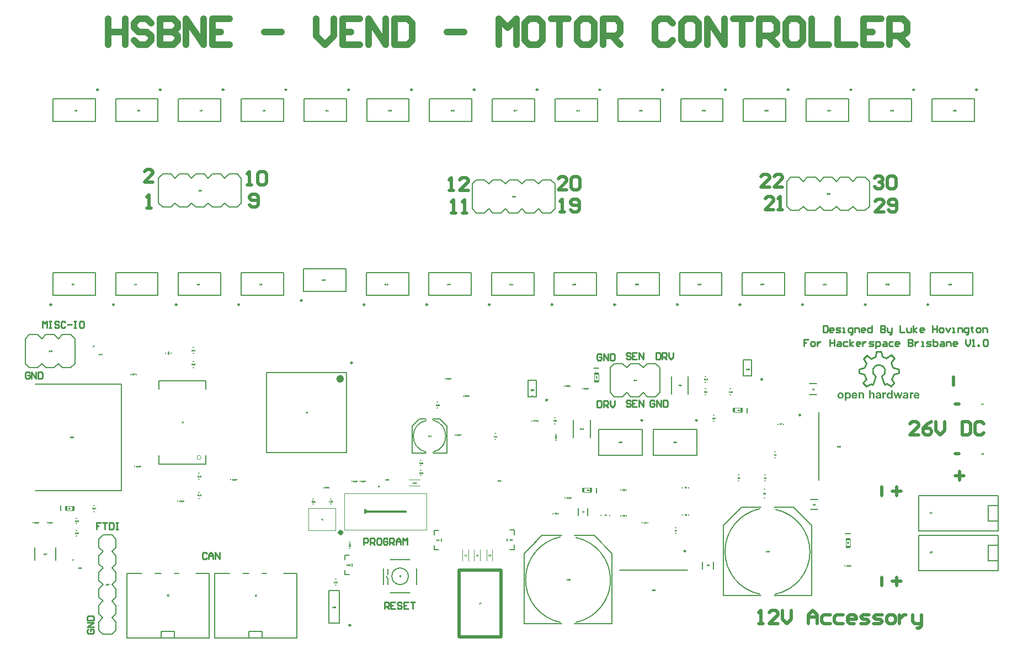
<source format=gto>
G04 Layer_Color=65535*
%FSLAX44Y44*%
%MOMM*%
G71*
G01*
G75*
%ADD57C,0.5000*%
%ADD58C,0.2540*%
%ADD59C,1.0000*%
%ADD85C,0.2032*%
%ADD86C,0.6000*%
%ADD87C,0.2500*%
%ADD88C,0.2000*%
%ADD89C,0.0079*%
%ADD90C,0.1016*%
%ADD91C,0.1524*%
%ADD92C,0.1000*%
%ADD93C,0.1270*%
%ADD94C,0.0100*%
%ADD95R,0.3810X0.7620*%
%ADD96R,0.7620X0.3810*%
G36*
X1374505Y-620849D02*
X1374681Y-620868D01*
X1374876Y-620908D01*
X1375110Y-620947D01*
X1375344Y-621005D01*
X1375598Y-621083D01*
X1375871Y-621161D01*
X1376144Y-621278D01*
X1376417Y-621415D01*
X1376690Y-621571D01*
X1376944Y-621766D01*
X1377197Y-621961D01*
X1377431Y-622215D01*
X1377451Y-622234D01*
X1377490Y-622273D01*
X1377549Y-622351D01*
X1377626Y-622468D01*
X1377705Y-622624D01*
X1377802Y-622800D01*
X1377919Y-622995D01*
X1378017Y-623248D01*
X1378134Y-623521D01*
X1378231Y-623834D01*
X1378329Y-624185D01*
X1378426Y-624555D01*
X1378485Y-624965D01*
X1378543Y-625394D01*
X1378582Y-625882D01*
Y-626389D01*
X1372438D01*
Y-626409D01*
Y-626428D01*
Y-626487D01*
X1372457Y-626565D01*
X1372477Y-626779D01*
X1372516Y-627013D01*
X1372594Y-627306D01*
X1372691Y-627579D01*
X1372828Y-627852D01*
X1373023Y-628106D01*
X1373042Y-628125D01*
X1373120Y-628203D01*
X1373237Y-628301D01*
X1373413Y-628398D01*
X1373608Y-628515D01*
X1373862Y-628613D01*
X1374135Y-628691D01*
X1374427Y-628710D01*
X1374525D01*
X1374642Y-628691D01*
X1374778Y-628671D01*
X1374915Y-628632D01*
X1375091Y-628574D01*
X1375247Y-628496D01*
X1375403Y-628398D01*
X1375422Y-628379D01*
X1375461Y-628340D01*
X1375539Y-628262D01*
X1375617Y-628145D01*
X1375715Y-628008D01*
X1375832Y-627833D01*
X1375929Y-627637D01*
X1376007Y-627384D01*
X1378446Y-627794D01*
Y-627813D01*
X1378426Y-627852D01*
X1378387Y-627930D01*
X1378348Y-628008D01*
X1378309Y-628125D01*
X1378231Y-628262D01*
X1378075Y-628554D01*
X1377861Y-628886D01*
X1377607Y-629218D01*
X1377295Y-629549D01*
X1376944Y-629842D01*
X1376924D01*
X1376905Y-629881D01*
X1376846Y-629900D01*
X1376768Y-629959D01*
X1376671Y-629998D01*
X1376534Y-630056D01*
X1376241Y-630193D01*
X1375871Y-630330D01*
X1375442Y-630427D01*
X1374954Y-630505D01*
X1374408Y-630544D01*
X1374310D01*
X1374174Y-630525D01*
X1374018D01*
X1373803Y-630486D01*
X1373589Y-630466D01*
X1373335Y-630408D01*
X1373062Y-630349D01*
X1372769Y-630271D01*
X1372477Y-630154D01*
X1372164Y-630037D01*
X1371872Y-629881D01*
X1371579Y-629705D01*
X1371306Y-629491D01*
X1371053Y-629237D01*
X1370818Y-628964D01*
Y-628945D01*
X1370780Y-628905D01*
X1370741Y-628828D01*
X1370682Y-628730D01*
X1370604Y-628613D01*
X1370526Y-628457D01*
X1370448Y-628281D01*
X1370370Y-628086D01*
X1370292Y-627872D01*
X1370214Y-627618D01*
X1370136Y-627364D01*
X1370058Y-627072D01*
X1369960Y-626448D01*
X1369941Y-626116D01*
X1369921Y-625765D01*
Y-625745D01*
Y-625667D01*
Y-625550D01*
X1369941Y-625375D01*
X1369960Y-625199D01*
X1369980Y-624965D01*
X1370019Y-624711D01*
X1370077Y-624458D01*
X1370214Y-623873D01*
X1370311Y-623580D01*
X1370428Y-623268D01*
X1370565Y-622975D01*
X1370721Y-622683D01*
X1370896Y-622410D01*
X1371111Y-622156D01*
X1371131Y-622136D01*
X1371170Y-622098D01*
X1371228Y-622039D01*
X1371326Y-621941D01*
X1371443Y-621844D01*
X1371599Y-621727D01*
X1371755Y-621610D01*
X1371950Y-621493D01*
X1372164Y-621376D01*
X1372379Y-621239D01*
X1372633Y-621142D01*
X1372906Y-621044D01*
X1373198Y-620947D01*
X1373491Y-620888D01*
X1373823Y-620849D01*
X1374154Y-620830D01*
X1374349D01*
X1374505Y-620849D01*
D02*
G37*
G36*
X1349458Y-630310D02*
X1347098D01*
X1345498Y-624341D01*
X1343918Y-630310D01*
X1341538D01*
X1338612Y-621025D01*
X1340992D01*
X1342728Y-627111D01*
X1344328Y-621025D01*
X1346708D01*
X1348249Y-627111D01*
X1350024Y-621025D01*
X1352443D01*
X1349458Y-630310D01*
D02*
G37*
G36*
X1279076Y-620849D02*
X1279252Y-620868D01*
X1279447Y-620908D01*
X1279681Y-620947D01*
X1279915Y-621005D01*
X1280169Y-621083D01*
X1280442Y-621161D01*
X1280715Y-621278D01*
X1280988Y-621415D01*
X1281261Y-621571D01*
X1281515Y-621766D01*
X1281768Y-621961D01*
X1282002Y-622215D01*
X1282022Y-622234D01*
X1282061Y-622273D01*
X1282119Y-622351D01*
X1282197Y-622468D01*
X1282275Y-622624D01*
X1282373Y-622800D01*
X1282490Y-622995D01*
X1282587Y-623248D01*
X1282704Y-623521D01*
X1282802Y-623834D01*
X1282900Y-624185D01*
X1282997Y-624555D01*
X1283056Y-624965D01*
X1283114Y-625394D01*
X1283153Y-625882D01*
Y-626389D01*
X1277008D01*
Y-626409D01*
Y-626428D01*
Y-626487D01*
X1277028Y-626565D01*
X1277047Y-626779D01*
X1277086Y-627013D01*
X1277165Y-627306D01*
X1277262Y-627579D01*
X1277399Y-627852D01*
X1277594Y-628106D01*
X1277613Y-628125D01*
X1277691Y-628203D01*
X1277808Y-628301D01*
X1277984Y-628398D01*
X1278179Y-628515D01*
X1278432Y-628613D01*
X1278706Y-628691D01*
X1278998Y-628710D01*
X1279096D01*
X1279213Y-628691D01*
X1279349Y-628671D01*
X1279486Y-628632D01*
X1279661Y-628574D01*
X1279817Y-628496D01*
X1279974Y-628398D01*
X1279993Y-628379D01*
X1280032Y-628340D01*
X1280110Y-628262D01*
X1280188Y-628145D01*
X1280286Y-628008D01*
X1280403Y-627833D01*
X1280500Y-627637D01*
X1280578Y-627384D01*
X1283017Y-627794D01*
Y-627813D01*
X1282997Y-627852D01*
X1282958Y-627930D01*
X1282919Y-628008D01*
X1282880Y-628125D01*
X1282802Y-628262D01*
X1282646Y-628554D01*
X1282431Y-628886D01*
X1282178Y-629218D01*
X1281866Y-629549D01*
X1281515Y-629842D01*
X1281495D01*
X1281476Y-629881D01*
X1281417Y-629900D01*
X1281339Y-629959D01*
X1281241Y-629998D01*
X1281105Y-630056D01*
X1280812Y-630193D01*
X1280442Y-630330D01*
X1280013Y-630427D01*
X1279525Y-630505D01*
X1278979Y-630544D01*
X1278881D01*
X1278745Y-630525D01*
X1278588D01*
X1278374Y-630486D01*
X1278159Y-630466D01*
X1277906Y-630408D01*
X1277633Y-630349D01*
X1277340Y-630271D01*
X1277047Y-630154D01*
X1276735Y-630037D01*
X1276443Y-629881D01*
X1276150Y-629705D01*
X1275877Y-629491D01*
X1275623Y-629237D01*
X1275389Y-628964D01*
Y-628945D01*
X1275350Y-628905D01*
X1275311Y-628828D01*
X1275253Y-628730D01*
X1275175Y-628613D01*
X1275097Y-628457D01*
X1275019Y-628281D01*
X1274941Y-628086D01*
X1274863Y-627872D01*
X1274785Y-627618D01*
X1274706Y-627364D01*
X1274629Y-627072D01*
X1274531Y-626448D01*
X1274511Y-626116D01*
X1274492Y-625765D01*
Y-625745D01*
Y-625667D01*
Y-625550D01*
X1274511Y-625375D01*
X1274531Y-625199D01*
X1274550Y-624965D01*
X1274589Y-624711D01*
X1274648Y-624458D01*
X1274785Y-623873D01*
X1274882Y-623580D01*
X1274999Y-623268D01*
X1275136Y-622975D01*
X1275292Y-622683D01*
X1275467Y-622410D01*
X1275682Y-622156D01*
X1275701Y-622136D01*
X1275740Y-622098D01*
X1275799Y-622039D01*
X1275897Y-621941D01*
X1276013Y-621844D01*
X1276170Y-621727D01*
X1276326Y-621610D01*
X1276521Y-621493D01*
X1276735Y-621376D01*
X1276950Y-621239D01*
X1277204Y-621142D01*
X1277477Y-621044D01*
X1277769Y-620947D01*
X1278062Y-620888D01*
X1278393Y-620849D01*
X1278725Y-620830D01*
X1278920D01*
X1279076Y-620849D01*
D02*
G37*
G36*
X1357749D02*
X1357905D01*
X1358275Y-620868D01*
X1358665Y-620927D01*
X1359075Y-620986D01*
X1359465Y-621083D01*
X1359641Y-621142D01*
X1359797Y-621220D01*
X1359836Y-621239D01*
X1359933Y-621298D01*
X1360070Y-621376D01*
X1360246Y-621493D01*
X1360421Y-621629D01*
X1360616Y-621805D01*
X1360792Y-622000D01*
X1360928Y-622215D01*
X1360948Y-622234D01*
X1360987Y-622332D01*
X1361026Y-622488D01*
X1361104Y-622722D01*
X1361123Y-622858D01*
X1361163Y-623014D01*
X1361182Y-623190D01*
X1361201Y-623405D01*
X1361221Y-623619D01*
X1361241Y-623873D01*
X1361260Y-624126D01*
Y-624419D01*
X1361221Y-627267D01*
Y-627286D01*
Y-627325D01*
Y-627384D01*
Y-627462D01*
Y-627677D01*
X1361241Y-627950D01*
Y-628242D01*
X1361279Y-628554D01*
X1361299Y-628828D01*
X1361338Y-629081D01*
Y-629101D01*
X1361358Y-629179D01*
X1361396Y-629296D01*
X1361436Y-629452D01*
X1361494Y-629627D01*
X1361572Y-629842D01*
X1361670Y-630056D01*
X1361787Y-630310D01*
X1359368D01*
Y-630290D01*
X1359348Y-630271D01*
X1359329Y-630213D01*
X1359309Y-630135D01*
X1359270Y-630037D01*
X1359212Y-629920D01*
X1359173Y-629764D01*
X1359114Y-629608D01*
Y-629588D01*
Y-629569D01*
X1359075Y-629491D01*
X1359056Y-629393D01*
X1359036Y-629315D01*
X1359017Y-629335D01*
X1358919Y-629413D01*
X1358802Y-629530D01*
X1358627Y-629666D01*
X1358431Y-629822D01*
X1358197Y-629978D01*
X1357963Y-630115D01*
X1357690Y-630252D01*
X1357651Y-630271D01*
X1357573Y-630290D01*
X1357417Y-630349D01*
X1357222Y-630388D01*
X1357007Y-630447D01*
X1356754Y-630505D01*
X1356461Y-630525D01*
X1356169Y-630544D01*
X1356032D01*
X1355934Y-630525D01*
X1355818D01*
X1355661Y-630505D01*
X1355349Y-630447D01*
X1354979Y-630349D01*
X1354608Y-630232D01*
X1354237Y-630037D01*
X1353906Y-629783D01*
X1353867Y-629744D01*
X1353769Y-629647D01*
X1353652Y-629471D01*
X1353496Y-629237D01*
X1353340Y-628945D01*
X1353223Y-628613D01*
X1353125Y-628223D01*
X1353087Y-627794D01*
Y-627755D01*
Y-627657D01*
X1353106Y-627520D01*
X1353125Y-627325D01*
X1353184Y-627111D01*
X1353242Y-626877D01*
X1353340Y-626643D01*
X1353457Y-626409D01*
X1353477Y-626389D01*
X1353535Y-626311D01*
X1353613Y-626194D01*
X1353730Y-626057D01*
X1353867Y-625901D01*
X1354042Y-625745D01*
X1354257Y-625589D01*
X1354491Y-625453D01*
X1354530Y-625433D01*
X1354628Y-625394D01*
X1354784Y-625336D01*
X1354998Y-625258D01*
X1355271Y-625160D01*
X1355603Y-625063D01*
X1355993Y-624965D01*
X1356442Y-624868D01*
X1356461D01*
X1356520Y-624848D01*
X1356598Y-624828D01*
X1356715Y-624809D01*
X1356871Y-624790D01*
X1357027Y-624751D01*
X1357398Y-624672D01*
X1357788Y-624575D01*
X1358178Y-624477D01*
X1358548Y-624380D01*
X1358705Y-624321D01*
X1358841Y-624263D01*
Y-624029D01*
Y-623990D01*
Y-623912D01*
X1358822Y-623795D01*
X1358802Y-623639D01*
X1358763Y-623463D01*
X1358685Y-623307D01*
X1358607Y-623151D01*
X1358490Y-623014D01*
X1358470Y-622995D01*
X1358412Y-622956D01*
X1358334Y-622917D01*
X1358197Y-622858D01*
X1358022Y-622800D01*
X1357788Y-622741D01*
X1357495Y-622722D01*
X1357164Y-622702D01*
X1357046D01*
X1356929Y-622722D01*
X1356793Y-622741D01*
X1356442Y-622819D01*
X1356286Y-622878D01*
X1356130Y-622975D01*
X1356110Y-622995D01*
X1356071Y-623034D01*
X1355993Y-623092D01*
X1355915Y-623190D01*
X1355818Y-623307D01*
X1355720Y-623463D01*
X1355622Y-623658D01*
X1355544Y-623873D01*
X1353340Y-623463D01*
Y-623443D01*
X1353360Y-623405D01*
X1353379Y-623326D01*
X1353418Y-623248D01*
X1353516Y-623014D01*
X1353633Y-622722D01*
X1353808Y-622390D01*
X1354042Y-622078D01*
X1354315Y-621766D01*
X1354628Y-621493D01*
X1354647D01*
X1354667Y-621473D01*
X1354725Y-621434D01*
X1354803Y-621395D01*
X1354901Y-621337D01*
X1355018Y-621278D01*
X1355154Y-621220D01*
X1355310Y-621161D01*
X1355486Y-621103D01*
X1355700Y-621044D01*
X1355915Y-620986D01*
X1356169Y-620927D01*
X1356422Y-620888D01*
X1356715Y-620849D01*
X1357007Y-620830D01*
X1357612D01*
X1357749Y-620849D01*
D02*
G37*
G36*
X1316003D02*
X1316159D01*
X1316530Y-620868D01*
X1316920Y-620927D01*
X1317330Y-620986D01*
X1317720Y-621083D01*
X1317896Y-621142D01*
X1318051Y-621220D01*
X1318091Y-621239D01*
X1318188Y-621298D01*
X1318325Y-621376D01*
X1318500Y-621493D01*
X1318676Y-621629D01*
X1318871Y-621805D01*
X1319046Y-622000D01*
X1319183Y-622215D01*
X1319203Y-622234D01*
X1319241Y-622332D01*
X1319281Y-622488D01*
X1319359Y-622722D01*
X1319378Y-622858D01*
X1319417Y-623014D01*
X1319437Y-623190D01*
X1319456Y-623405D01*
X1319476Y-623619D01*
X1319495Y-623873D01*
X1319515Y-624126D01*
Y-624419D01*
X1319476Y-627267D01*
Y-627286D01*
Y-627325D01*
Y-627384D01*
Y-627462D01*
Y-627677D01*
X1319495Y-627950D01*
Y-628242D01*
X1319534Y-628554D01*
X1319554Y-628828D01*
X1319593Y-629081D01*
Y-629101D01*
X1319612Y-629179D01*
X1319651Y-629296D01*
X1319690Y-629452D01*
X1319749Y-629627D01*
X1319827Y-629842D01*
X1319924Y-630056D01*
X1320041Y-630310D01*
X1317622D01*
Y-630290D01*
X1317603Y-630271D01*
X1317583Y-630213D01*
X1317564Y-630135D01*
X1317525Y-630037D01*
X1317466Y-629920D01*
X1317427Y-629764D01*
X1317369Y-629608D01*
Y-629588D01*
Y-629569D01*
X1317330Y-629491D01*
X1317310Y-629393D01*
X1317291Y-629315D01*
X1317271Y-629335D01*
X1317174Y-629413D01*
X1317057Y-629530D01*
X1316881Y-629666D01*
X1316686Y-629822D01*
X1316452Y-629978D01*
X1316218Y-630115D01*
X1315945Y-630252D01*
X1315906Y-630271D01*
X1315828Y-630290D01*
X1315672Y-630349D01*
X1315477Y-630388D01*
X1315262Y-630447D01*
X1315008Y-630505D01*
X1314716Y-630525D01*
X1314423Y-630544D01*
X1314287D01*
X1314189Y-630525D01*
X1314072D01*
X1313916Y-630505D01*
X1313604Y-630447D01*
X1313233Y-630349D01*
X1312863Y-630232D01*
X1312492Y-630037D01*
X1312160Y-629783D01*
X1312121Y-629744D01*
X1312024Y-629647D01*
X1311907Y-629471D01*
X1311751Y-629237D01*
X1311595Y-628945D01*
X1311478Y-628613D01*
X1311380Y-628223D01*
X1311341Y-627794D01*
Y-627755D01*
Y-627657D01*
X1311361Y-627520D01*
X1311380Y-627325D01*
X1311439Y-627111D01*
X1311497Y-626877D01*
X1311595Y-626643D01*
X1311712Y-626409D01*
X1311731Y-626389D01*
X1311790Y-626311D01*
X1311868Y-626194D01*
X1311985Y-626057D01*
X1312121Y-625901D01*
X1312297Y-625745D01*
X1312511Y-625589D01*
X1312746Y-625453D01*
X1312785Y-625433D01*
X1312882Y-625394D01*
X1313038Y-625336D01*
X1313253Y-625258D01*
X1313526Y-625160D01*
X1313858Y-625063D01*
X1314248Y-624965D01*
X1314696Y-624868D01*
X1314716D01*
X1314774Y-624848D01*
X1314852Y-624828D01*
X1314969Y-624809D01*
X1315125Y-624790D01*
X1315282Y-624751D01*
X1315652Y-624672D01*
X1316042Y-624575D01*
X1316432Y-624477D01*
X1316803Y-624380D01*
X1316959Y-624321D01*
X1317096Y-624263D01*
Y-624029D01*
Y-623990D01*
Y-623912D01*
X1317076Y-623795D01*
X1317057Y-623639D01*
X1317018Y-623463D01*
X1316940Y-623307D01*
X1316862Y-623151D01*
X1316745Y-623014D01*
X1316725Y-622995D01*
X1316667Y-622956D01*
X1316588Y-622917D01*
X1316452Y-622858D01*
X1316276Y-622800D01*
X1316042Y-622741D01*
X1315750Y-622722D01*
X1315418Y-622702D01*
X1315301D01*
X1315184Y-622722D01*
X1315047Y-622741D01*
X1314696Y-622819D01*
X1314540Y-622878D01*
X1314384Y-622975D01*
X1314365Y-622995D01*
X1314326Y-623034D01*
X1314248Y-623092D01*
X1314170Y-623190D01*
X1314072Y-623307D01*
X1313974Y-623463D01*
X1313877Y-623658D01*
X1313799Y-623873D01*
X1311595Y-623463D01*
Y-623443D01*
X1311614Y-623405D01*
X1311634Y-623326D01*
X1311673Y-623248D01*
X1311770Y-623014D01*
X1311887Y-622722D01*
X1312063Y-622390D01*
X1312297Y-622078D01*
X1312570Y-621766D01*
X1312882Y-621493D01*
X1312902D01*
X1312921Y-621473D01*
X1312980Y-621434D01*
X1313058Y-621395D01*
X1313155Y-621337D01*
X1313272Y-621278D01*
X1313409Y-621220D01*
X1313565Y-621161D01*
X1313741Y-621103D01*
X1313955Y-621044D01*
X1314170Y-620986D01*
X1314423Y-620927D01*
X1314677Y-620888D01*
X1314969Y-620849D01*
X1315262Y-620830D01*
X1315867D01*
X1316003Y-620849D01*
D02*
G37*
G36*
X1303499Y-622234D02*
X1303519Y-622215D01*
X1303558Y-622175D01*
X1303616Y-622098D01*
X1303714Y-622020D01*
X1303831Y-621902D01*
X1303948Y-621785D01*
X1304104Y-621668D01*
X1304299Y-621532D01*
X1304709Y-621278D01*
X1305177Y-621044D01*
X1305450Y-620966D01*
X1305723Y-620888D01*
X1306016Y-620849D01*
X1306308Y-620830D01*
X1306445D01*
X1306620Y-620849D01*
X1306815Y-620868D01*
X1307050Y-620908D01*
X1307323Y-620966D01*
X1307576Y-621044D01*
X1307830Y-621161D01*
X1307869Y-621181D01*
X1307947Y-621220D01*
X1308064Y-621278D01*
X1308220Y-621376D01*
X1308376Y-621493D01*
X1308551Y-621629D01*
X1308727Y-621785D01*
X1308864Y-621961D01*
X1308883Y-621980D01*
X1308922Y-622039D01*
X1308981Y-622156D01*
X1309059Y-622273D01*
X1309137Y-622449D01*
X1309215Y-622624D01*
X1309273Y-622839D01*
X1309332Y-623053D01*
Y-623073D01*
X1309351Y-623170D01*
X1309371Y-623307D01*
X1309410Y-623502D01*
X1309429Y-623756D01*
X1309449Y-624068D01*
X1309468Y-624458D01*
Y-624887D01*
Y-630310D01*
X1307010D01*
Y-625414D01*
Y-625394D01*
Y-625355D01*
Y-625277D01*
Y-625180D01*
Y-624926D01*
X1306991Y-624633D01*
X1306971Y-624321D01*
X1306952Y-624029D01*
X1306913Y-623775D01*
X1306874Y-623658D01*
X1306854Y-623580D01*
Y-623560D01*
X1306835Y-623502D01*
X1306796Y-623443D01*
X1306737Y-623346D01*
X1306601Y-623131D01*
X1306484Y-623034D01*
X1306367Y-622936D01*
X1306347Y-622917D01*
X1306308Y-622897D01*
X1306230Y-622858D01*
X1306133Y-622819D01*
X1305996Y-622780D01*
X1305840Y-622741D01*
X1305684Y-622702D01*
X1305391D01*
X1305274Y-622722D01*
X1305118Y-622741D01*
X1304962Y-622780D01*
X1304767Y-622839D01*
X1304592Y-622917D01*
X1304397Y-623014D01*
X1304377Y-623034D01*
X1304319Y-623073D01*
X1304240Y-623131D01*
X1304143Y-623229D01*
X1304026Y-623366D01*
X1303909Y-623521D01*
X1303811Y-623697D01*
X1303714Y-623912D01*
Y-623931D01*
X1303675Y-624029D01*
X1303655Y-624165D01*
X1303616Y-624341D01*
X1303577Y-624594D01*
X1303538Y-624907D01*
X1303519Y-625258D01*
X1303499Y-625667D01*
Y-630310D01*
X1301041D01*
Y-617494D01*
X1303499D01*
Y-622234D01*
D02*
G37*
G36*
X1326518Y-620849D02*
X1326732Y-620888D01*
X1326966Y-620947D01*
X1327259Y-621025D01*
X1327552Y-621142D01*
X1327844Y-621298D01*
X1327083Y-623443D01*
X1327064Y-623424D01*
X1326986Y-623385D01*
X1326849Y-623307D01*
X1326713Y-623229D01*
X1326518Y-623170D01*
X1326323Y-623092D01*
X1326127Y-623053D01*
X1325913Y-623034D01*
X1325835D01*
X1325737Y-623053D01*
X1325620Y-623073D01*
X1325484Y-623112D01*
X1325328Y-623151D01*
X1325172Y-623229D01*
X1325035Y-623326D01*
X1325016Y-623346D01*
X1324977Y-623385D01*
X1324918Y-623463D01*
X1324840Y-623560D01*
X1324742Y-623697D01*
X1324645Y-623892D01*
X1324547Y-624107D01*
X1324469Y-624360D01*
Y-624399D01*
X1324450Y-624438D01*
X1324430Y-624516D01*
Y-624594D01*
X1324411Y-624711D01*
X1324391Y-624868D01*
X1324372Y-625024D01*
X1324352Y-625219D01*
X1324333Y-625433D01*
X1324313Y-625687D01*
Y-625979D01*
X1324294Y-626292D01*
X1324274Y-626643D01*
Y-627033D01*
Y-627462D01*
Y-630310D01*
X1321816D01*
Y-621025D01*
X1324099D01*
Y-622332D01*
X1324118Y-622312D01*
X1324196Y-622195D01*
X1324313Y-622039D01*
X1324450Y-621844D01*
X1324606Y-621629D01*
X1324781Y-621434D01*
X1324977Y-621259D01*
X1325152Y-621122D01*
X1325172Y-621103D01*
X1325230Y-621083D01*
X1325328Y-621025D01*
X1325464Y-620966D01*
X1325620Y-620927D01*
X1325796Y-620868D01*
X1325991Y-620849D01*
X1326206Y-620830D01*
X1326342D01*
X1326518Y-620849D01*
D02*
G37*
G36*
X1368263D02*
X1368478Y-620888D01*
X1368712Y-620947D01*
X1369004Y-621025D01*
X1369297Y-621142D01*
X1369590Y-621298D01*
X1368829Y-623443D01*
X1368809Y-623424D01*
X1368731Y-623385D01*
X1368595Y-623307D01*
X1368458Y-623229D01*
X1368263Y-623170D01*
X1368068Y-623092D01*
X1367873Y-623053D01*
X1367658Y-623034D01*
X1367580D01*
X1367483Y-623053D01*
X1367366Y-623073D01*
X1367229Y-623112D01*
X1367073Y-623151D01*
X1366917Y-623229D01*
X1366781Y-623326D01*
X1366761Y-623346D01*
X1366722Y-623385D01*
X1366664Y-623463D01*
X1366586Y-623560D01*
X1366488Y-623697D01*
X1366390Y-623892D01*
X1366293Y-624107D01*
X1366215Y-624360D01*
Y-624399D01*
X1366195Y-624438D01*
X1366176Y-624516D01*
Y-624594D01*
X1366156Y-624711D01*
X1366137Y-624868D01*
X1366117Y-625024D01*
X1366098Y-625219D01*
X1366078Y-625433D01*
X1366059Y-625687D01*
Y-625979D01*
X1366039Y-626292D01*
X1366020Y-626643D01*
Y-627033D01*
Y-627462D01*
Y-630310D01*
X1363562D01*
Y-621025D01*
X1365844D01*
Y-622332D01*
X1365864Y-622312D01*
X1365942Y-622195D01*
X1366059Y-622039D01*
X1366195Y-621844D01*
X1366351Y-621629D01*
X1366527Y-621434D01*
X1366722Y-621259D01*
X1366898Y-621122D01*
X1366917Y-621103D01*
X1366976Y-621083D01*
X1367073Y-621025D01*
X1367210Y-620966D01*
X1367366Y-620927D01*
X1367541Y-620868D01*
X1367736Y-620849D01*
X1367951Y-620830D01*
X1368087D01*
X1368263Y-620849D01*
D02*
G37*
G36*
X1337403Y-630310D02*
X1335120D01*
Y-628964D01*
X1335101Y-629003D01*
X1335023Y-629101D01*
X1334886Y-629237D01*
X1334730Y-629413D01*
X1334535Y-629588D01*
X1334301Y-629803D01*
X1334047Y-629978D01*
X1333755Y-630154D01*
X1333716Y-630173D01*
X1333618Y-630213D01*
X1333482Y-630271D01*
X1333287Y-630349D01*
X1333053Y-630427D01*
X1332780Y-630486D01*
X1332506Y-630525D01*
X1332214Y-630544D01*
X1332058D01*
X1331941Y-630525D01*
X1331804Y-630505D01*
X1331648Y-630466D01*
X1331277Y-630388D01*
X1330848Y-630232D01*
X1330614Y-630135D01*
X1330380Y-629998D01*
X1330146Y-629861D01*
X1329931Y-629686D01*
X1329697Y-629491D01*
X1329483Y-629257D01*
X1329463Y-629237D01*
X1329444Y-629198D01*
X1329385Y-629120D01*
X1329307Y-629022D01*
X1329229Y-628886D01*
X1329132Y-628730D01*
X1329015Y-628535D01*
X1328917Y-628320D01*
X1328819Y-628086D01*
X1328703Y-627813D01*
X1328605Y-627520D01*
X1328527Y-627189D01*
X1328449Y-626857D01*
X1328410Y-626487D01*
X1328371Y-626077D01*
X1328351Y-625667D01*
Y-625648D01*
Y-625570D01*
Y-625433D01*
X1328371Y-625277D01*
X1328390Y-625082D01*
X1328410Y-624848D01*
X1328449Y-624594D01*
X1328488Y-624341D01*
X1328624Y-623756D01*
X1328819Y-623151D01*
X1328937Y-622858D01*
X1329093Y-622585D01*
X1329249Y-622312D01*
X1329444Y-622078D01*
X1329463Y-622058D01*
X1329502Y-622020D01*
X1329561Y-621961D01*
X1329639Y-621883D01*
X1329756Y-621785D01*
X1329892Y-621688D01*
X1330049Y-621571D01*
X1330204Y-621454D01*
X1330400Y-621337D01*
X1330614Y-621220D01*
X1331102Y-621025D01*
X1331355Y-620947D01*
X1331648Y-620888D01*
X1331941Y-620849D01*
X1332253Y-620830D01*
X1332409D01*
X1332506Y-620849D01*
X1332643Y-620868D01*
X1332799Y-620908D01*
X1333170Y-620986D01*
X1333579Y-621142D01*
X1333813Y-621259D01*
X1334047Y-621376D01*
X1334262Y-621532D01*
X1334496Y-621707D01*
X1334730Y-621902D01*
X1334945Y-622136D01*
Y-617494D01*
X1337403D01*
Y-630310D01*
D02*
G37*
G36*
X1257911Y-620849D02*
X1258086Y-620868D01*
X1258301Y-620908D01*
X1258516Y-620947D01*
X1258769Y-621005D01*
X1259042Y-621083D01*
X1259315Y-621161D01*
X1259608Y-621278D01*
X1259881Y-621415D01*
X1260174Y-621571D01*
X1260466Y-621766D01*
X1260739Y-621961D01*
X1260993Y-622215D01*
X1261012Y-622234D01*
X1261051Y-622273D01*
X1261110Y-622351D01*
X1261208Y-622468D01*
X1261305Y-622585D01*
X1261422Y-622761D01*
X1261539Y-622936D01*
X1261676Y-623151D01*
X1261793Y-623405D01*
X1261910Y-623658D01*
X1262027Y-623951D01*
X1262124Y-624243D01*
X1262222Y-624575D01*
X1262281Y-624926D01*
X1262319Y-625277D01*
X1262339Y-625667D01*
Y-625687D01*
Y-625765D01*
Y-625862D01*
X1262319Y-626018D01*
X1262300Y-626194D01*
X1262261Y-626409D01*
X1262222Y-626643D01*
X1262163Y-626896D01*
X1262105Y-627169D01*
X1262007Y-627443D01*
X1261890Y-627735D01*
X1261773Y-628028D01*
X1261598Y-628320D01*
X1261422Y-628613D01*
X1261208Y-628886D01*
X1260974Y-629159D01*
X1260954Y-629179D01*
X1260915Y-629218D01*
X1260837Y-629296D01*
X1260739Y-629374D01*
X1260603Y-629471D01*
X1260447Y-629588D01*
X1260252Y-629725D01*
X1260037Y-629842D01*
X1259803Y-629978D01*
X1259549Y-630115D01*
X1259276Y-630232D01*
X1258964Y-630330D01*
X1258652Y-630408D01*
X1258301Y-630486D01*
X1257930Y-630525D01*
X1257560Y-630544D01*
X1257345D01*
X1257228Y-630525D01*
X1257092Y-630505D01*
X1256779Y-630466D01*
X1256409Y-630408D01*
X1255999Y-630310D01*
X1255570Y-630173D01*
X1255141Y-629978D01*
X1255121D01*
X1255082Y-629959D01*
X1255024Y-629920D01*
X1254946Y-629861D01*
X1254751Y-629725D01*
X1254497Y-629549D01*
X1254204Y-629315D01*
X1253912Y-629022D01*
X1253639Y-628671D01*
X1253385Y-628281D01*
Y-628262D01*
X1253366Y-628223D01*
X1253327Y-628164D01*
X1253288Y-628086D01*
X1253249Y-627969D01*
X1253210Y-627852D01*
X1253151Y-627696D01*
X1253093Y-627520D01*
X1252995Y-627130D01*
X1252897Y-626662D01*
X1252820Y-626135D01*
X1252800Y-625570D01*
Y-625550D01*
Y-625511D01*
Y-625453D01*
X1252820Y-625355D01*
Y-625258D01*
X1252839Y-625121D01*
X1252878Y-624809D01*
X1252936Y-624438D01*
X1253054Y-624048D01*
X1253190Y-623619D01*
X1253385Y-623190D01*
Y-623170D01*
X1253405Y-623131D01*
X1253444Y-623073D01*
X1253502Y-622995D01*
X1253639Y-622800D01*
X1253834Y-622546D01*
X1254068Y-622253D01*
X1254361Y-621961D01*
X1254692Y-621688D01*
X1255082Y-621434D01*
X1255102D01*
X1255141Y-621415D01*
X1255199Y-621376D01*
X1255277Y-621337D01*
X1255375Y-621298D01*
X1255511Y-621239D01*
X1255804Y-621122D01*
X1256175Y-621025D01*
X1256604Y-620927D01*
X1257053Y-620849D01*
X1257560Y-620830D01*
X1257755D01*
X1257911Y-620849D01*
D02*
G37*
G36*
X1269654D02*
X1269791Y-620868D01*
X1269947Y-620888D01*
X1270337Y-620986D01*
X1270766Y-621142D01*
X1271000Y-621239D01*
X1271234Y-621376D01*
X1271449Y-621512D01*
X1271683Y-621688D01*
X1271917Y-621883D01*
X1272132Y-622117D01*
X1272151Y-622136D01*
X1272190Y-622175D01*
X1272229Y-622253D01*
X1272307Y-622351D01*
X1272385Y-622488D01*
X1272483Y-622644D01*
X1272600Y-622819D01*
X1272697Y-623034D01*
X1272795Y-623268D01*
X1272912Y-623541D01*
X1273009Y-623834D01*
X1273087Y-624146D01*
X1273166Y-624477D01*
X1273224Y-624848D01*
X1273243Y-625238D01*
X1273263Y-625648D01*
Y-625667D01*
Y-625745D01*
Y-625862D01*
X1273243Y-626038D01*
X1273224Y-626233D01*
X1273204Y-626448D01*
X1273166Y-626701D01*
X1273127Y-626974D01*
X1272990Y-627540D01*
X1272892Y-627852D01*
X1272775Y-628145D01*
X1272639Y-628437D01*
X1272502Y-628730D01*
X1272307Y-629003D01*
X1272112Y-629257D01*
X1272093Y-629276D01*
X1272054Y-629315D01*
X1271995Y-629374D01*
X1271917Y-629452D01*
X1271800Y-629549D01*
X1271663Y-629666D01*
X1271507Y-629783D01*
X1271351Y-629900D01*
X1270942Y-630135D01*
X1270473Y-630349D01*
X1270220Y-630427D01*
X1269947Y-630486D01*
X1269654Y-630525D01*
X1269362Y-630544D01*
X1269225D01*
X1269089Y-630525D01*
X1268913Y-630505D01*
X1268698Y-630466D01*
X1268464Y-630427D01*
X1268211Y-630349D01*
X1267977Y-630252D01*
X1267957Y-630232D01*
X1267859Y-630193D01*
X1267742Y-630115D01*
X1267586Y-629998D01*
X1267391Y-629861D01*
X1267157Y-629666D01*
X1266923Y-629452D01*
X1266670Y-629198D01*
Y-633860D01*
X1264212D01*
Y-621025D01*
X1266494D01*
Y-622390D01*
X1266514Y-622351D01*
X1266572Y-622273D01*
X1266670Y-622156D01*
X1266806Y-622000D01*
X1266982Y-621824D01*
X1267177Y-621629D01*
X1267411Y-621454D01*
X1267684Y-621278D01*
X1267723Y-621259D01*
X1267821Y-621200D01*
X1267977Y-621142D01*
X1268191Y-621044D01*
X1268425Y-620966D01*
X1268718Y-620908D01*
X1269050Y-620849D01*
X1269381Y-620830D01*
X1269537D01*
X1269654Y-620849D01*
D02*
G37*
G36*
X1290741D02*
X1290936Y-620868D01*
X1291171Y-620908D01*
X1291424Y-620947D01*
X1291678Y-621025D01*
X1291931Y-621122D01*
X1291970Y-621142D01*
X1292048Y-621181D01*
X1292166Y-621239D01*
X1292302Y-621317D01*
X1292478Y-621434D01*
X1292634Y-621571D01*
X1292809Y-621707D01*
X1292946Y-621883D01*
X1292965Y-621902D01*
X1293004Y-621961D01*
X1293063Y-622058D01*
X1293141Y-622175D01*
X1293219Y-622332D01*
X1293297Y-622507D01*
X1293375Y-622702D01*
X1293434Y-622917D01*
Y-622936D01*
X1293453Y-623014D01*
X1293472Y-623151D01*
X1293512Y-623326D01*
X1293531Y-623560D01*
X1293551Y-623853D01*
X1293570Y-624185D01*
Y-624555D01*
Y-630310D01*
X1291112D01*
Y-625589D01*
Y-625570D01*
Y-625531D01*
Y-625453D01*
Y-625355D01*
Y-625219D01*
Y-625082D01*
X1291093Y-624790D01*
X1291073Y-624458D01*
X1291034Y-624146D01*
X1290995Y-623873D01*
X1290975Y-623756D01*
X1290936Y-623658D01*
Y-623639D01*
X1290917Y-623580D01*
X1290878Y-623502D01*
X1290820Y-623405D01*
X1290663Y-623170D01*
X1290429Y-622956D01*
X1290410Y-622936D01*
X1290371Y-622917D01*
X1290293Y-622878D01*
X1290195Y-622819D01*
X1290078Y-622780D01*
X1289922Y-622741D01*
X1289766Y-622722D01*
X1289590Y-622702D01*
X1289474D01*
X1289357Y-622722D01*
X1289200Y-622741D01*
X1289025Y-622780D01*
X1288830Y-622858D01*
X1288635Y-622936D01*
X1288440Y-623053D01*
X1288420Y-623073D01*
X1288362Y-623112D01*
X1288284Y-623190D01*
X1288167Y-623307D01*
X1288069Y-623443D01*
X1287952Y-623600D01*
X1287835Y-623775D01*
X1287757Y-623990D01*
Y-624009D01*
X1287737Y-624107D01*
X1287698Y-624243D01*
X1287679Y-624458D01*
X1287659Y-624594D01*
X1287640Y-624751D01*
X1287620Y-624926D01*
X1287601Y-625121D01*
Y-625336D01*
X1287581Y-625570D01*
Y-625843D01*
Y-626116D01*
Y-630310D01*
X1285123D01*
Y-621025D01*
X1287406D01*
Y-622390D01*
X1287425Y-622371D01*
X1287464Y-622332D01*
X1287523Y-622253D01*
X1287620Y-622136D01*
X1287737Y-622020D01*
X1287893Y-621902D01*
X1288049Y-621746D01*
X1288244Y-621610D01*
X1288459Y-621473D01*
X1288674Y-621317D01*
X1288927Y-621200D01*
X1289200Y-621064D01*
X1289493Y-620966D01*
X1289786Y-620888D01*
X1290117Y-620849D01*
X1290449Y-620830D01*
X1290585D01*
X1290741Y-620849D01*
D02*
G37*
%LPC*%
G36*
X1374310Y-622702D02*
X1374174D01*
X1374037Y-622741D01*
X1373842Y-622780D01*
X1373628Y-622858D01*
X1373413Y-622956D01*
X1373198Y-623112D01*
X1372984Y-623307D01*
X1372964Y-623326D01*
X1372906Y-623405D01*
X1372828Y-623541D01*
X1372730Y-623717D01*
X1372633Y-623951D01*
X1372555Y-624224D01*
X1372496Y-624536D01*
X1372477Y-624887D01*
X1376144D01*
Y-624868D01*
Y-624848D01*
Y-624790D01*
X1376125Y-624711D01*
X1376105Y-624516D01*
X1376066Y-624282D01*
X1375988Y-624029D01*
X1375890Y-623756D01*
X1375754Y-623502D01*
X1375578Y-623268D01*
X1375559Y-623248D01*
X1375481Y-623170D01*
X1375383Y-623092D01*
X1375227Y-622975D01*
X1375052Y-622878D01*
X1374837Y-622780D01*
X1374583Y-622722D01*
X1374310Y-622702D01*
D02*
G37*
G36*
X1278881D02*
X1278745D01*
X1278608Y-622741D01*
X1278413Y-622780D01*
X1278198Y-622858D01*
X1277984Y-622956D01*
X1277769Y-623112D01*
X1277555Y-623307D01*
X1277535Y-623326D01*
X1277477Y-623405D01*
X1277399Y-623541D01*
X1277301Y-623717D01*
X1277204Y-623951D01*
X1277125Y-624224D01*
X1277067Y-624536D01*
X1277047Y-624887D01*
X1280715D01*
Y-624868D01*
Y-624848D01*
Y-624790D01*
X1280695Y-624711D01*
X1280676Y-624516D01*
X1280637Y-624282D01*
X1280559Y-624029D01*
X1280461Y-623756D01*
X1280325Y-623502D01*
X1280149Y-623268D01*
X1280130Y-623248D01*
X1280052Y-623170D01*
X1279954Y-623092D01*
X1279798Y-622975D01*
X1279622Y-622878D01*
X1279408Y-622780D01*
X1279154Y-622722D01*
X1278881Y-622702D01*
D02*
G37*
G36*
X1358841Y-625862D02*
X1358822D01*
X1358744Y-625901D01*
X1358627Y-625921D01*
X1358470Y-625979D01*
X1358256Y-626038D01*
X1358002Y-626096D01*
X1357690Y-626175D01*
X1357339Y-626253D01*
X1357300D01*
X1357183Y-626292D01*
X1357007Y-626330D01*
X1356793Y-626389D01*
X1356578Y-626448D01*
X1356344Y-626526D01*
X1356169Y-626604D01*
X1356013Y-626682D01*
X1355993Y-626701D01*
X1355934Y-626740D01*
X1355856Y-626818D01*
X1355779Y-626916D01*
X1355700Y-627033D01*
X1355622Y-627189D01*
X1355564Y-627345D01*
X1355544Y-627540D01*
Y-627560D01*
Y-627618D01*
X1355564Y-627735D01*
X1355583Y-627852D01*
X1355642Y-627989D01*
X1355700Y-628145D01*
X1355798Y-628301D01*
X1355915Y-628437D01*
X1355934Y-628457D01*
X1355993Y-628496D01*
X1356071Y-628554D01*
X1356188Y-628613D01*
X1356325Y-628691D01*
X1356500Y-628749D01*
X1356676Y-628788D01*
X1356890Y-628808D01*
X1357007D01*
X1357124Y-628788D01*
X1357300Y-628749D01*
X1357495Y-628710D01*
X1357710Y-628632D01*
X1357924Y-628515D01*
X1358158Y-628379D01*
X1358178Y-628359D01*
X1358236Y-628320D01*
X1358295Y-628242D01*
X1358392Y-628145D01*
X1358490Y-628028D01*
X1358587Y-627891D01*
X1358665Y-627735D01*
X1358744Y-627560D01*
Y-627540D01*
X1358763Y-627501D01*
X1358783Y-627423D01*
X1358802Y-627286D01*
Y-627130D01*
X1358822Y-626916D01*
X1358841Y-626682D01*
Y-626370D01*
Y-625862D01*
D02*
G37*
G36*
X1317096D02*
X1317076D01*
X1316998Y-625901D01*
X1316881Y-625921D01*
X1316725Y-625979D01*
X1316510Y-626038D01*
X1316257Y-626096D01*
X1315945Y-626175D01*
X1315594Y-626253D01*
X1315555D01*
X1315438Y-626292D01*
X1315262Y-626330D01*
X1315047Y-626389D01*
X1314833Y-626448D01*
X1314599Y-626526D01*
X1314423Y-626604D01*
X1314267Y-626682D01*
X1314248Y-626701D01*
X1314189Y-626740D01*
X1314111Y-626818D01*
X1314033Y-626916D01*
X1313955Y-627033D01*
X1313877Y-627189D01*
X1313819Y-627345D01*
X1313799Y-627540D01*
Y-627560D01*
Y-627618D01*
X1313819Y-627735D01*
X1313838Y-627852D01*
X1313896Y-627989D01*
X1313955Y-628145D01*
X1314053Y-628301D01*
X1314170Y-628437D01*
X1314189Y-628457D01*
X1314248Y-628496D01*
X1314326Y-628554D01*
X1314443Y-628613D01*
X1314579Y-628691D01*
X1314755Y-628749D01*
X1314930Y-628788D01*
X1315145Y-628808D01*
X1315262D01*
X1315379Y-628788D01*
X1315555Y-628749D01*
X1315750Y-628710D01*
X1315964Y-628632D01*
X1316179Y-628515D01*
X1316413Y-628379D01*
X1316432Y-628359D01*
X1316491Y-628320D01*
X1316550Y-628242D01*
X1316647Y-628145D01*
X1316745Y-628028D01*
X1316842Y-627891D01*
X1316920Y-627735D01*
X1316998Y-627560D01*
Y-627540D01*
X1317018Y-627501D01*
X1317037Y-627423D01*
X1317057Y-627286D01*
Y-627130D01*
X1317076Y-626916D01*
X1317096Y-626682D01*
Y-626370D01*
Y-625862D01*
D02*
G37*
G36*
X1332897Y-622702D02*
X1332858D01*
X1332760Y-622722D01*
X1332604Y-622741D01*
X1332389Y-622780D01*
X1332175Y-622878D01*
X1331921Y-622995D01*
X1331687Y-623170D01*
X1331453Y-623405D01*
X1331434Y-623443D01*
X1331355Y-623541D01*
X1331277Y-623697D01*
X1331160Y-623931D01*
X1331063Y-624224D01*
X1330965Y-624575D01*
X1330887Y-625004D01*
X1330868Y-625492D01*
Y-625511D01*
Y-625550D01*
Y-625628D01*
Y-625745D01*
X1330887Y-625862D01*
Y-625999D01*
X1330926Y-626330D01*
X1330965Y-626682D01*
X1331024Y-627033D01*
X1331121Y-627364D01*
X1331199Y-627520D01*
X1331258Y-627657D01*
Y-627677D01*
X1331277Y-627696D01*
X1331375Y-627813D01*
X1331512Y-627950D01*
X1331687Y-628125D01*
X1331921Y-628301D01*
X1332214Y-628457D01*
X1332545Y-628574D01*
X1332721Y-628593D01*
X1332916Y-628613D01*
X1332955D01*
X1333053Y-628593D01*
X1333209Y-628574D01*
X1333404Y-628515D01*
X1333638Y-628437D01*
X1333872Y-628301D01*
X1334106Y-628125D01*
X1334340Y-627891D01*
X1334360Y-627852D01*
X1334438Y-627755D01*
X1334535Y-627579D01*
X1334652Y-627345D01*
X1334750Y-627052D01*
X1334847Y-626682D01*
X1334925Y-626233D01*
X1334945Y-625726D01*
Y-625706D01*
Y-625648D01*
Y-625570D01*
Y-625472D01*
X1334925Y-625336D01*
X1334906Y-625180D01*
X1334867Y-624828D01*
X1334808Y-624458D01*
X1334691Y-624087D01*
X1334555Y-623717D01*
X1334457Y-623560D01*
X1334360Y-623424D01*
X1334340Y-623385D01*
X1334262Y-623307D01*
X1334126Y-623190D01*
X1333969Y-623053D01*
X1333755Y-622936D01*
X1333501Y-622819D01*
X1333209Y-622741D01*
X1332897Y-622702D01*
D02*
G37*
G36*
X1257560Y-622839D02*
X1257521D01*
X1257404Y-622858D01*
X1257228Y-622878D01*
X1256994Y-622936D01*
X1256740Y-623014D01*
X1256487Y-623151D01*
X1256214Y-623326D01*
X1255960Y-623580D01*
X1255941Y-623619D01*
X1255863Y-623717D01*
X1255765Y-623892D01*
X1255648Y-624126D01*
X1255511Y-624419D01*
X1255414Y-624790D01*
X1255336Y-625199D01*
X1255316Y-625687D01*
Y-625706D01*
Y-625745D01*
Y-625823D01*
X1255336Y-625921D01*
Y-626038D01*
X1255355Y-626155D01*
X1255394Y-626467D01*
X1255472Y-626818D01*
X1255590Y-627169D01*
X1255745Y-627501D01*
X1255960Y-627813D01*
X1255999Y-627852D01*
X1256077Y-627930D01*
X1256214Y-628047D01*
X1256409Y-628164D01*
X1256643Y-628301D01*
X1256916Y-628418D01*
X1257209Y-628496D01*
X1257560Y-628535D01*
X1257599D01*
X1257716Y-628515D01*
X1257891Y-628496D01*
X1258125Y-628437D01*
X1258379Y-628359D01*
X1258633Y-628223D01*
X1258906Y-628047D01*
X1259159Y-627813D01*
X1259179Y-627774D01*
X1259257Y-627677D01*
X1259374Y-627501D01*
X1259491Y-627267D01*
X1259608Y-626974D01*
X1259725Y-626604D01*
X1259803Y-626175D01*
X1259823Y-625687D01*
Y-625667D01*
Y-625628D01*
Y-625550D01*
Y-625453D01*
X1259803Y-625355D01*
X1259783Y-625219D01*
X1259744Y-624907D01*
X1259667Y-624575D01*
X1259549Y-624224D01*
X1259374Y-623892D01*
X1259159Y-623580D01*
X1259140Y-623541D01*
X1259042Y-623463D01*
X1258906Y-623346D01*
X1258711Y-623209D01*
X1258496Y-623073D01*
X1258223Y-622956D01*
X1257911Y-622878D01*
X1257560Y-622839D01*
D02*
G37*
G36*
X1268698Y-622761D02*
X1268659D01*
X1268542Y-622780D01*
X1268386Y-622800D01*
X1268172Y-622839D01*
X1267937Y-622936D01*
X1267703Y-623053D01*
X1267450Y-623229D01*
X1267216Y-623463D01*
X1267196Y-623502D01*
X1267118Y-623600D01*
X1267040Y-623756D01*
X1266923Y-623990D01*
X1266826Y-624282D01*
X1266728Y-624633D01*
X1266650Y-625043D01*
X1266631Y-625531D01*
Y-625550D01*
Y-625609D01*
Y-625687D01*
X1266650Y-625784D01*
Y-625921D01*
X1266670Y-626077D01*
X1266709Y-626409D01*
X1266787Y-626799D01*
X1266884Y-627169D01*
X1267040Y-627540D01*
X1267138Y-627696D01*
X1267235Y-627852D01*
X1267255Y-627891D01*
X1267352Y-627969D01*
X1267489Y-628086D01*
X1267664Y-628223D01*
X1267879Y-628359D01*
X1268133Y-628476D01*
X1268425Y-628554D01*
X1268757Y-628593D01*
X1268796D01*
X1268893Y-628574D01*
X1269050Y-628554D01*
X1269245Y-628515D01*
X1269479Y-628418D01*
X1269713Y-628301D01*
X1269947Y-628145D01*
X1270161Y-627911D01*
X1270181Y-627872D01*
X1270259Y-627774D01*
X1270356Y-627618D01*
X1270454Y-627364D01*
X1270571Y-627052D01*
X1270610Y-626877D01*
X1270649Y-626662D01*
X1270688Y-626448D01*
X1270727Y-626194D01*
X1270747Y-625940D01*
Y-625648D01*
Y-625628D01*
Y-625589D01*
Y-625511D01*
Y-625414D01*
X1270727Y-625277D01*
X1270708Y-625141D01*
X1270669Y-624828D01*
X1270610Y-624477D01*
X1270493Y-624107D01*
X1270356Y-623775D01*
X1270161Y-623483D01*
X1270142Y-623443D01*
X1270064Y-623366D01*
X1269927Y-623248D01*
X1269752Y-623112D01*
X1269557Y-622995D01*
X1269303Y-622878D01*
X1269010Y-622800D01*
X1268698Y-622761D01*
D02*
G37*
%LPD*%
D57*
X671840Y-995630D02*
X736840D01*
X671840D02*
Y-893130D01*
X736840D01*
Y-995630D02*
Y-893130D01*
X1433470Y-638810D02*
X1439470D01*
X1433470Y-715010D02*
X1439470D01*
X1343300Y-904160D02*
Y-917489D01*
X1349964Y-910825D02*
X1336635D01*
X1320637Y-904160D02*
Y-917489D01*
X1343300Y-765730D02*
Y-779059D01*
X1349964Y-772394D02*
X1336635D01*
X1320637Y-765730D02*
Y-779059D01*
X1131570Y-975360D02*
X1138234D01*
X1134902D01*
Y-955366D01*
X1131570Y-958699D01*
X1161560Y-975360D02*
X1148231D01*
X1161560Y-962031D01*
Y-958699D01*
X1158228Y-955366D01*
X1151563D01*
X1148231Y-958699D01*
X1168225Y-955366D02*
Y-968696D01*
X1174889Y-975360D01*
X1181554Y-968696D01*
Y-955366D01*
X1208212Y-975360D02*
Y-962031D01*
X1214876Y-955366D01*
X1221541Y-962031D01*
Y-975360D01*
Y-965363D01*
X1208212D01*
X1241535Y-962031D02*
X1231538D01*
X1228205Y-965363D01*
Y-972028D01*
X1231538Y-975360D01*
X1241535D01*
X1261528Y-962031D02*
X1251531D01*
X1248199Y-965363D01*
Y-972028D01*
X1251531Y-975360D01*
X1261528D01*
X1278189D02*
X1271525D01*
X1268193Y-972028D01*
Y-965363D01*
X1271525Y-962031D01*
X1278189D01*
X1281522Y-965363D01*
Y-968696D01*
X1268193D01*
X1288186Y-975360D02*
X1298183D01*
X1301515Y-972028D01*
X1298183Y-968696D01*
X1291518D01*
X1288186Y-965363D01*
X1291518Y-962031D01*
X1301515D01*
X1308180Y-975360D02*
X1318177D01*
X1321509Y-972028D01*
X1318177Y-968696D01*
X1311512D01*
X1308180Y-965363D01*
X1311512Y-962031D01*
X1321509D01*
X1331506Y-975360D02*
X1338170D01*
X1341502Y-972028D01*
Y-965363D01*
X1338170Y-962031D01*
X1331506D01*
X1328173Y-965363D01*
Y-972028D01*
X1331506Y-975360D01*
X1348167Y-962031D02*
Y-975360D01*
Y-968696D01*
X1351499Y-965363D01*
X1354831Y-962031D01*
X1358164D01*
X1368160D02*
Y-972028D01*
X1371493Y-975360D01*
X1381490D01*
Y-978692D01*
X1378157Y-982025D01*
X1374825D01*
X1381490Y-975360D02*
Y-962031D01*
X1431127Y-596900D02*
Y-610229D01*
X1440343Y-755650D02*
Y-742321D01*
X1433679Y-748986D02*
X1447008D01*
X1377309Y-685800D02*
X1363980D01*
X1377309Y-672471D01*
Y-669139D01*
X1373977Y-665806D01*
X1367312D01*
X1363980Y-669139D01*
X1397303Y-665806D02*
X1390638Y-669139D01*
X1383974Y-675803D01*
Y-682468D01*
X1387306Y-685800D01*
X1393970D01*
X1397303Y-682468D01*
Y-679136D01*
X1393970Y-675803D01*
X1383974D01*
X1403967Y-665806D02*
Y-679136D01*
X1410632Y-685800D01*
X1417296Y-679136D01*
Y-665806D01*
X1443954D02*
Y-685800D01*
X1453951D01*
X1457283Y-682468D01*
Y-669139D01*
X1453951Y-665806D01*
X1443954D01*
X1477277Y-669139D02*
X1473945Y-665806D01*
X1467280D01*
X1463948Y-669139D01*
Y-682468D01*
X1467280Y-685800D01*
X1473945D01*
X1477277Y-682468D01*
X1309370Y-291949D02*
X1312702Y-288616D01*
X1319367D01*
X1322699Y-291949D01*
Y-295281D01*
X1319367Y-298613D01*
X1316035D01*
X1319367D01*
X1322699Y-301945D01*
Y-305278D01*
X1319367Y-308610D01*
X1312702D01*
X1309370Y-305278D01*
X1329364Y-291949D02*
X1332696Y-288616D01*
X1339360D01*
X1342693Y-291949D01*
Y-305278D01*
X1339360Y-308610D01*
X1332696D01*
X1329364Y-305278D01*
Y-291949D01*
X1323969Y-344170D02*
X1310640D01*
X1323969Y-330841D01*
Y-327509D01*
X1320637Y-324176D01*
X1313972D01*
X1310640Y-327509D01*
X1330634Y-340838D02*
X1333966Y-344170D01*
X1340630D01*
X1343963Y-340838D01*
Y-327509D01*
X1340630Y-324176D01*
X1333966D01*
X1330634Y-327509D01*
Y-330841D01*
X1333966Y-334173D01*
X1343963D01*
X1148709Y-306070D02*
X1135380D01*
X1148709Y-292741D01*
Y-289409D01*
X1145377Y-286076D01*
X1138712D01*
X1135380Y-289409D01*
X1168703Y-306070D02*
X1155374D01*
X1168703Y-292741D01*
Y-289409D01*
X1165370Y-286076D01*
X1158706D01*
X1155374Y-289409D01*
X1155059Y-340360D02*
X1141730D01*
X1155059Y-327031D01*
Y-323699D01*
X1151727Y-320366D01*
X1145062D01*
X1141730Y-323699D01*
X1161724Y-340360D02*
X1168388D01*
X1165056D01*
Y-320366D01*
X1161724Y-323699D01*
X837559Y-309880D02*
X824230D01*
X837559Y-296551D01*
Y-293219D01*
X834227Y-289886D01*
X827562D01*
X824230Y-293219D01*
X844224D02*
X847556Y-289886D01*
X854220D01*
X857553Y-293219D01*
Y-306548D01*
X854220Y-309880D01*
X847556D01*
X844224Y-306548D01*
Y-293219D01*
X826770Y-344170D02*
X833435D01*
X830102D01*
Y-324176D01*
X826770Y-327509D01*
X843431Y-340838D02*
X846764Y-344170D01*
X853428D01*
X856760Y-340838D01*
Y-327509D01*
X853428Y-324176D01*
X846764D01*
X843431Y-327509D01*
Y-330841D01*
X846764Y-334173D01*
X856760D01*
X656590Y-311150D02*
X663254D01*
X659922D01*
Y-291156D01*
X656590Y-294489D01*
X686580Y-311150D02*
X673251D01*
X686580Y-297821D01*
Y-294489D01*
X683248Y-291156D01*
X676583D01*
X673251Y-294489D01*
X660400Y-345440D02*
X667065D01*
X663732D01*
Y-325446D01*
X660400Y-328779D01*
X677061Y-345440D02*
X683726D01*
X680394D01*
Y-325446D01*
X677061Y-328779D01*
X346710Y-302260D02*
X353374D01*
X350042D01*
Y-282266D01*
X346710Y-285599D01*
X363371D02*
X366703Y-282266D01*
X373368D01*
X376700Y-285599D01*
Y-298928D01*
X373368Y-302260D01*
X366703D01*
X363371Y-298928D01*
Y-285599D01*
X350520Y-333218D02*
X353852Y-336550D01*
X360517D01*
X363849Y-333218D01*
Y-319889D01*
X360517Y-316556D01*
X353852D01*
X350520Y-319889D01*
Y-323221D01*
X353852Y-326553D01*
X363849D01*
X202559Y-298450D02*
X189230D01*
X202559Y-285121D01*
Y-281789D01*
X199227Y-278456D01*
X192562D01*
X189230Y-281789D01*
X193040Y-337820D02*
X199704D01*
X196372D01*
Y-317826D01*
X193040Y-321159D01*
D58*
X1320800Y-596900D02*
G03*
X1311351Y-596494I-4362J8635D01*
G01*
X1137920Y-600710D02*
G03*
X1137920Y-600710I-1270J0D01*
G01*
X807720Y-632460D02*
G03*
X807720Y-632460I-1270J0D01*
G01*
X1307287Y-609194D02*
X1311351Y-596494D01*
X1303477Y-607924D02*
X1307287Y-609194D01*
X1297127Y-611632D02*
X1303477Y-607924D01*
X1292047Y-606654D02*
X1297127Y-611632D01*
X1292047Y-606654D02*
X1297127Y-600304D01*
X1293317Y-592684D02*
X1297127Y-600304D01*
X1285697Y-591414D02*
X1293317Y-592684D01*
X1285697Y-591414D02*
Y-585064D01*
X1294587Y-582524D01*
X1296822Y-576123D01*
X1292682Y-569316D02*
X1296822Y-576123D01*
X1292682Y-569316D02*
X1297610Y-564388D01*
X1304595Y-568858D01*
X1311097Y-566217D01*
X1312367Y-558444D01*
X1319987Y-558394D01*
X1321257Y-566064D01*
X1327607Y-568554D01*
X1335176Y-563423D01*
X1340307Y-568554D01*
X1335227Y-574904D02*
X1340307Y-568554D01*
X1335227Y-574904D02*
X1337767Y-582524D01*
X1346657Y-585064D01*
Y-591414D02*
Y-585064D01*
X1339037Y-592684D02*
X1346657Y-591414D01*
X1335735Y-600456D02*
X1339037Y-592684D01*
X1335735Y-600456D02*
X1339647Y-606603D01*
X1335227Y-611734D02*
X1339647Y-606603D01*
X1328242Y-607314D02*
X1335227Y-611734D01*
X1325067Y-609194D02*
X1328242Y-607314D01*
X1320800Y-596900D02*
X1325067Y-609194D01*
X1208084Y-539913D02*
X1201420D01*
Y-544912D01*
X1204752D01*
X1201420D01*
Y-549910D01*
X1213083D02*
X1216415D01*
X1218081Y-548244D01*
Y-544912D01*
X1216415Y-543246D01*
X1213083D01*
X1211417Y-544912D01*
Y-548244D01*
X1213083Y-549910D01*
X1221414Y-543246D02*
Y-549910D01*
Y-546578D01*
X1223080Y-544912D01*
X1224746Y-543246D01*
X1226412D01*
X1241407Y-539913D02*
Y-549910D01*
Y-544912D01*
X1248072D01*
Y-539913D01*
Y-549910D01*
X1253070Y-543246D02*
X1256402D01*
X1258068Y-544912D01*
Y-549910D01*
X1253070D01*
X1251404Y-548244D01*
X1253070Y-546578D01*
X1258068D01*
X1268065Y-543246D02*
X1263067D01*
X1261401Y-544912D01*
Y-548244D01*
X1263067Y-549910D01*
X1268065D01*
X1271397D02*
Y-539913D01*
Y-546578D02*
X1276396Y-543246D01*
X1271397Y-546578D02*
X1276396Y-549910D01*
X1286393D02*
X1283060D01*
X1281394Y-548244D01*
Y-544912D01*
X1283060Y-543246D01*
X1286393D01*
X1288059Y-544912D01*
Y-546578D01*
X1281394D01*
X1291391Y-543246D02*
Y-549910D01*
Y-546578D01*
X1293057Y-544912D01*
X1294723Y-543246D01*
X1296389D01*
X1301388Y-549910D02*
X1306386D01*
X1308052Y-548244D01*
X1306386Y-546578D01*
X1303054D01*
X1301388Y-544912D01*
X1303054Y-543246D01*
X1308052D01*
X1311385Y-553242D02*
Y-543246D01*
X1316383D01*
X1318049Y-544912D01*
Y-548244D01*
X1316383Y-549910D01*
X1311385D01*
X1323047Y-543246D02*
X1326380D01*
X1328046Y-544912D01*
Y-549910D01*
X1323047D01*
X1321381Y-548244D01*
X1323047Y-546578D01*
X1328046D01*
X1338043Y-543246D02*
X1333044D01*
X1331378Y-544912D01*
Y-548244D01*
X1333044Y-549910D01*
X1338043D01*
X1346373D02*
X1343041D01*
X1341375Y-548244D01*
Y-544912D01*
X1343041Y-543246D01*
X1346373D01*
X1348039Y-544912D01*
Y-546578D01*
X1341375D01*
X1361369Y-539913D02*
Y-549910D01*
X1366367D01*
X1368033Y-548244D01*
Y-546578D01*
X1366367Y-544912D01*
X1361369D01*
X1366367D01*
X1368033Y-543246D01*
Y-541579D01*
X1366367Y-539913D01*
X1361369D01*
X1371365Y-543246D02*
Y-549910D01*
Y-546578D01*
X1373031Y-544912D01*
X1374698Y-543246D01*
X1376364D01*
X1381362Y-549910D02*
X1384694D01*
X1383028D01*
Y-543246D01*
X1381362D01*
X1389693Y-549910D02*
X1394691D01*
X1396357Y-548244D01*
X1394691Y-546578D01*
X1391359D01*
X1389693Y-544912D01*
X1391359Y-543246D01*
X1396357D01*
X1399689Y-539913D02*
Y-549910D01*
X1404688D01*
X1406354Y-548244D01*
Y-546578D01*
Y-544912D01*
X1404688Y-543246D01*
X1399689D01*
X1411352D02*
X1414685D01*
X1416351Y-544912D01*
Y-549910D01*
X1411352D01*
X1409686Y-548244D01*
X1411352Y-546578D01*
X1416351D01*
X1419683Y-549910D02*
Y-543246D01*
X1424681D01*
X1426348Y-544912D01*
Y-549910D01*
X1434678D02*
X1431346D01*
X1429680Y-548244D01*
Y-544912D01*
X1431346Y-543246D01*
X1434678D01*
X1436344Y-544912D01*
Y-546578D01*
X1429680D01*
X1449673Y-539913D02*
Y-546578D01*
X1453006Y-549910D01*
X1456338Y-546578D01*
Y-539913D01*
X1459670Y-549910D02*
X1463002D01*
X1461336D01*
Y-539913D01*
X1459670Y-541579D01*
X1468001Y-549910D02*
Y-548244D01*
X1469667D01*
Y-549910D01*
X1468001D01*
X1476331Y-541579D02*
X1477998Y-539913D01*
X1481330D01*
X1482996Y-541579D01*
Y-548244D01*
X1481330Y-549910D01*
X1477998D01*
X1476331Y-548244D01*
Y-541579D01*
X1230630Y-518323D02*
Y-528320D01*
X1235628D01*
X1237294Y-526654D01*
Y-519989D01*
X1235628Y-518323D01*
X1230630D01*
X1245625Y-528320D02*
X1242293D01*
X1240627Y-526654D01*
Y-523322D01*
X1242293Y-521656D01*
X1245625D01*
X1247291Y-523322D01*
Y-524988D01*
X1240627D01*
X1250624Y-528320D02*
X1255622D01*
X1257288Y-526654D01*
X1255622Y-524988D01*
X1252290D01*
X1250624Y-523322D01*
X1252290Y-521656D01*
X1257288D01*
X1260620Y-528320D02*
X1263953D01*
X1262287D01*
Y-521656D01*
X1260620D01*
X1272283Y-531652D02*
X1273949D01*
X1275615Y-529986D01*
Y-521656D01*
X1270617D01*
X1268951Y-523322D01*
Y-526654D01*
X1270617Y-528320D01*
X1275615D01*
X1278948D02*
Y-521656D01*
X1283946D01*
X1285612Y-523322D01*
Y-528320D01*
X1293943D02*
X1290611D01*
X1288945Y-526654D01*
Y-523322D01*
X1290611Y-521656D01*
X1293943D01*
X1295609Y-523322D01*
Y-524988D01*
X1288945D01*
X1305606Y-518323D02*
Y-528320D01*
X1300607D01*
X1298941Y-526654D01*
Y-523322D01*
X1300607Y-521656D01*
X1305606D01*
X1318935Y-518323D02*
Y-528320D01*
X1323933D01*
X1325599Y-526654D01*
Y-524988D01*
X1323933Y-523322D01*
X1318935D01*
X1323933D01*
X1325599Y-521656D01*
Y-519989D01*
X1323933Y-518323D01*
X1318935D01*
X1328932Y-521656D02*
Y-526654D01*
X1330598Y-528320D01*
X1335596D01*
Y-529986D01*
X1333930Y-531652D01*
X1332264D01*
X1335596Y-528320D02*
Y-521656D01*
X1348925Y-518323D02*
Y-528320D01*
X1355590D01*
X1358922Y-521656D02*
Y-526654D01*
X1360588Y-528320D01*
X1365587D01*
Y-521656D01*
X1368919Y-528320D02*
Y-518323D01*
Y-524988D02*
X1373917Y-521656D01*
X1368919Y-524988D02*
X1373917Y-528320D01*
X1383914D02*
X1380582D01*
X1378916Y-526654D01*
Y-523322D01*
X1380582Y-521656D01*
X1383914D01*
X1385580Y-523322D01*
Y-524988D01*
X1378916D01*
X1398909Y-518323D02*
Y-528320D01*
Y-523322D01*
X1405574D01*
Y-518323D01*
Y-528320D01*
X1410572D02*
X1413904D01*
X1415570Y-526654D01*
Y-523322D01*
X1413904Y-521656D01*
X1410572D01*
X1408906Y-523322D01*
Y-526654D01*
X1410572Y-528320D01*
X1418903Y-521656D02*
X1422235Y-528320D01*
X1425567Y-521656D01*
X1428900Y-528320D02*
X1432232D01*
X1430566D01*
Y-521656D01*
X1428900D01*
X1437230Y-528320D02*
Y-521656D01*
X1442229D01*
X1443895Y-523322D01*
Y-528320D01*
X1450559Y-531652D02*
X1452225D01*
X1453891Y-529986D01*
Y-521656D01*
X1448893D01*
X1447227Y-523322D01*
Y-526654D01*
X1448893Y-528320D01*
X1453891D01*
X1458890Y-519989D02*
Y-521656D01*
X1457224D01*
X1460556D01*
X1458890D01*
Y-526654D01*
X1460556Y-528320D01*
X1467220D02*
X1470553D01*
X1472219Y-526654D01*
Y-523322D01*
X1470553Y-521656D01*
X1467220D01*
X1465554Y-523322D01*
Y-526654D01*
X1467220Y-528320D01*
X1475551D02*
Y-521656D01*
X1480549D01*
X1482216Y-523322D01*
Y-528320D01*
D59*
X133350Y-47643D02*
Y-87630D01*
Y-67636D01*
X160008D01*
Y-47643D01*
Y-87630D01*
X199995Y-54307D02*
X193331Y-47643D01*
X180002D01*
X173337Y-54307D01*
Y-60972D01*
X180002Y-67636D01*
X193331D01*
X199995Y-74301D01*
Y-80965D01*
X193331Y-87630D01*
X180002D01*
X173337Y-80965D01*
X213324Y-47643D02*
Y-87630D01*
X233318D01*
X239982Y-80965D01*
Y-74301D01*
X233318Y-67636D01*
X213324D01*
X233318D01*
X239982Y-60972D01*
Y-54307D01*
X233318Y-47643D01*
X213324D01*
X253311Y-87630D02*
Y-47643D01*
X279969Y-87630D01*
Y-47643D01*
X319956D02*
X293298D01*
Y-87630D01*
X319956D01*
X293298Y-67636D02*
X306627D01*
X373272D02*
X399930D01*
X453246Y-47643D02*
Y-74301D01*
X466576Y-87630D01*
X479905Y-74301D01*
Y-47643D01*
X519892D02*
X493234D01*
Y-87630D01*
X519892D01*
X493234Y-67636D02*
X506563D01*
X533221Y-87630D02*
Y-47643D01*
X559879Y-87630D01*
Y-47643D01*
X573208D02*
Y-87630D01*
X593201D01*
X599866Y-80965D01*
Y-54307D01*
X593201Y-47643D01*
X573208D01*
X653182Y-67636D02*
X679840D01*
X733156Y-87630D02*
Y-47643D01*
X746485Y-60972D01*
X759814Y-47643D01*
Y-87630D01*
X793137Y-47643D02*
X779808D01*
X773143Y-54307D01*
Y-80965D01*
X779808Y-87630D01*
X793137D01*
X799801Y-80965D01*
Y-54307D01*
X793137Y-47643D01*
X813130D02*
X839788D01*
X826459D01*
Y-87630D01*
X873111Y-47643D02*
X859782D01*
X853117Y-54307D01*
Y-80965D01*
X859782Y-87630D01*
X873111D01*
X879775Y-80965D01*
Y-54307D01*
X873111Y-47643D01*
X893104Y-87630D02*
Y-47643D01*
X913098D01*
X919762Y-54307D01*
Y-67636D01*
X913098Y-74301D01*
X893104D01*
X906433D02*
X919762Y-87630D01*
X999736Y-54307D02*
X993072Y-47643D01*
X979743D01*
X973078Y-54307D01*
Y-80965D01*
X979743Y-87630D01*
X993072D01*
X999736Y-80965D01*
X1033059Y-47643D02*
X1019730D01*
X1013065Y-54307D01*
Y-80965D01*
X1019730Y-87630D01*
X1033059D01*
X1039724Y-80965D01*
Y-54307D01*
X1033059Y-47643D01*
X1053053Y-87630D02*
Y-47643D01*
X1079711Y-87630D01*
Y-47643D01*
X1093040D02*
X1119698D01*
X1106369D01*
Y-87630D01*
X1133027D02*
Y-47643D01*
X1153020D01*
X1159685Y-54307D01*
Y-67636D01*
X1153020Y-74301D01*
X1133027D01*
X1146356D02*
X1159685Y-87630D01*
X1193007Y-47643D02*
X1179678D01*
X1173014Y-54307D01*
Y-80965D01*
X1179678Y-87630D01*
X1193007D01*
X1199672Y-80965D01*
Y-54307D01*
X1193007Y-47643D01*
X1213001D02*
Y-87630D01*
X1239659D01*
X1252988Y-47643D02*
Y-87630D01*
X1279646D01*
X1319633Y-47643D02*
X1292975D01*
Y-87630D01*
X1319633D01*
X1292975Y-67636D02*
X1306304D01*
X1332962Y-87630D02*
Y-47643D01*
X1352956D01*
X1359620Y-54307D01*
Y-67636D01*
X1352956Y-74301D01*
X1332962D01*
X1346291D02*
X1359620Y-87630D01*
D85*
X851472Y-973550D02*
G03*
X851472Y-843550I-13406J65000D01*
G01*
X827470Y-842550D02*
G03*
X827470Y-973550I13506J-65500D01*
G01*
X1157542Y-930370D02*
G03*
X1157542Y-800370I-13406J65000D01*
G01*
X1133540Y-799370D02*
G03*
X1133540Y-930370I13506J-65500D01*
G01*
X594360Y-902970D02*
G03*
X594360Y-902970I-12700J0D01*
G01*
X632340Y-712340D02*
G03*
X631840Y-663340I-5750J24444D01*
G01*
X621840Y-663840D02*
G03*
X621340Y-712340I4750J-24302D01*
G01*
X771970Y-975550D02*
X829470D01*
X771970D02*
Y-868050D01*
X799470Y-840550D01*
X829470D01*
X849470D02*
X879470D01*
X906971Y-868050D01*
Y-975550D02*
Y-868050D01*
X849470Y-975550D02*
X906971D01*
X1078039Y-932370D02*
X1135540D01*
X1078039D02*
Y-824870D01*
X1105540Y-797370D01*
X1135540D01*
X1155540D02*
X1185540D01*
X1213040Y-824870D01*
Y-932370D02*
Y-824870D01*
X1155540Y-932370D02*
X1213040D01*
X1114044Y-651764D02*
Y-644144D01*
X879094Y-583946D02*
X886714D01*
X882904Y-774954D02*
Y-767334D01*
X1265174Y-837946D02*
X1272794D01*
X60706Y-802386D02*
Y-794766D01*
X22070Y-608310D02*
X153670D01*
X22070Y-771610D02*
X153670D01*
Y-608310D01*
X607060Y-915670D02*
Y-890570D01*
X566260Y-928370D02*
X597060D01*
X556260Y-915370D02*
Y-890570D01*
X566260Y-877570D02*
X597060D01*
X631840Y-661340D02*
X642341D01*
X611342D02*
X621342D01*
X632341Y-714340D02*
X653341D01*
X600342D02*
X621342D01*
X653341D02*
Y-672340D01*
X642341Y-661340D02*
X653341Y-672340D01*
X600342D02*
X611342Y-661340D01*
X600342Y-714340D02*
Y-672340D01*
X283650Y-615750D02*
Y-602750D01*
X211650D02*
X283650D01*
X211650Y-615750D02*
Y-602750D01*
Y-730750D02*
Y-717750D01*
Y-730750D02*
X283650D01*
Y-717750D01*
D86*
X491720Y-835660D02*
G03*
X491720Y-835660I-1500J0D01*
G01*
X492650Y-600010D02*
G03*
X492650Y-600010I-3000J0D01*
G01*
D87*
X111680Y-550110D02*
G03*
X111680Y-550110I-500J0D01*
G01*
X79930Y-877770D02*
G03*
X79930Y-877770I-500J0D01*
G01*
X549340Y-765120D02*
G03*
X549340Y-765120I-500J0D01*
G01*
X1037550Y-663730D02*
G03*
X1037550Y-663730I-1250J0D01*
G01*
X1019580Y-864200D02*
G03*
X1019580Y-864200I-1250J0D01*
G01*
X46860Y-486160D02*
G03*
X46860Y-486160I-1250J0D01*
G01*
X508400Y-575510D02*
G03*
X508400Y-575510I-1250J0D01*
G01*
X505810Y-978010D02*
G03*
X505810Y-978010I-1250J0D01*
G01*
X953730Y-663730D02*
G03*
X953730Y-663730I-1250J0D01*
G01*
X1196165Y-655530D02*
G03*
X1196165Y-655530I-1250J0D01*
G01*
X1467270Y-156460D02*
G03*
X1467270Y-156460I-1250J0D01*
G01*
X1392730Y-486160D02*
G03*
X1392730Y-486160I-1250J0D01*
G01*
X1370931Y-156460D02*
G03*
X1370931Y-156460I-1250J0D01*
G01*
X1296596Y-486160D02*
G03*
X1296596Y-486160I-1250J0D01*
G01*
X1274593Y-156460D02*
G03*
X1274593Y-156460I-1250J0D01*
G01*
X1200463Y-486160D02*
G03*
X1200463Y-486160I-1250J0D01*
G01*
X1178254Y-156460D02*
G03*
X1178254Y-156460I-1250J0D01*
G01*
X1104329Y-486160D02*
G03*
X1104329Y-486160I-1250J0D01*
G01*
X1081916Y-156460D02*
G03*
X1081916Y-156460I-1250J0D01*
G01*
X1008196Y-486160D02*
G03*
X1008196Y-486160I-1250J0D01*
G01*
X985577Y-156460D02*
G03*
X985577Y-156460I-1250J0D01*
G01*
X912062Y-486160D02*
G03*
X912062Y-486160I-1250J0D01*
G01*
X889239Y-156460D02*
G03*
X889239Y-156460I-1250J0D01*
G01*
X815928Y-486160D02*
G03*
X815928Y-486160I-1250J0D01*
G01*
X792900Y-156460D02*
G03*
X792900Y-156460I-1250J0D01*
G01*
X719795Y-486160D02*
G03*
X719795Y-486160I-1250J0D01*
G01*
X696561Y-156460D02*
G03*
X696561Y-156460I-1250J0D01*
G01*
X623661Y-486160D02*
G03*
X623661Y-486160I-1250J0D01*
G01*
X600223Y-156460D02*
G03*
X600223Y-156460I-1250J0D01*
G01*
X527528Y-486160D02*
G03*
X527528Y-486160I-1250J0D01*
G01*
X503884Y-156460D02*
G03*
X503884Y-156460I-1250J0D01*
G01*
X431340Y-479810D02*
G03*
X431340Y-479810I-1250J0D01*
G01*
X407546Y-156460D02*
G03*
X407546Y-156460I-1250J0D01*
G01*
X335261Y-486160D02*
G03*
X335261Y-486160I-1250J0D01*
G01*
X311207Y-156460D02*
G03*
X311207Y-156460I-1250J0D01*
G01*
X239127Y-486160D02*
G03*
X239127Y-486160I-1250J0D01*
G01*
X214869Y-156460D02*
G03*
X214869Y-156460I-1250J0D01*
G01*
X142994Y-486160D02*
G03*
X142994Y-486160I-1250J0D01*
G01*
X118530Y-156460D02*
G03*
X118530Y-156460I-1250J0D01*
G01*
X974090Y-560233D02*
Y-570230D01*
X979088D01*
X980754Y-568564D01*
Y-561899D01*
X979088Y-560233D01*
X974090D01*
X984087Y-570230D02*
Y-560233D01*
X989085D01*
X990751Y-561899D01*
Y-565232D01*
X989085Y-566898D01*
X984087D01*
X987419D02*
X990751Y-570230D01*
X994084Y-560233D02*
Y-566898D01*
X997416Y-570230D01*
X1000748Y-566898D01*
Y-560233D01*
X935034Y-561899D02*
X933368Y-560233D01*
X930036D01*
X928370Y-561899D01*
Y-563565D01*
X930036Y-565232D01*
X933368D01*
X935034Y-566898D01*
Y-568564D01*
X933368Y-570230D01*
X930036D01*
X928370Y-568564D01*
X945031Y-560233D02*
X938367D01*
Y-570230D01*
X945031D01*
X938367Y-565232D02*
X941699D01*
X948364Y-570230D02*
Y-560233D01*
X955028Y-570230D01*
Y-560233D01*
X890584Y-563169D02*
X888918Y-561503D01*
X885586D01*
X883920Y-563169D01*
Y-569834D01*
X885586Y-571500D01*
X888918D01*
X890584Y-569834D01*
Y-566502D01*
X887252D01*
X893917Y-571500D02*
Y-561503D01*
X900581Y-571500D01*
Y-561503D01*
X903914D02*
Y-571500D01*
X908912D01*
X910578Y-569834D01*
Y-563169D01*
X908912Y-561503D01*
X903914D01*
X13015Y-591109D02*
X11348Y-589443D01*
X8016D01*
X6350Y-591109D01*
Y-597774D01*
X8016Y-599440D01*
X11348D01*
X13015Y-597774D01*
Y-594442D01*
X9682D01*
X16347Y-599440D02*
Y-589443D01*
X23011Y-599440D01*
Y-589443D01*
X26344D02*
Y-599440D01*
X31342D01*
X33008Y-597774D01*
Y-591109D01*
X31342Y-589443D01*
X26344D01*
X33020Y-521970D02*
Y-511973D01*
X36352Y-515305D01*
X39685Y-511973D01*
Y-521970D01*
X43017Y-511973D02*
X46349D01*
X44683D01*
Y-521970D01*
X43017D01*
X46349D01*
X58012Y-513639D02*
X56346Y-511973D01*
X53014D01*
X51347Y-513639D01*
Y-515305D01*
X53014Y-516972D01*
X56346D01*
X58012Y-518638D01*
Y-520304D01*
X56346Y-521970D01*
X53014D01*
X51347Y-520304D01*
X68009Y-513639D02*
X66343Y-511973D01*
X63010D01*
X61344Y-513639D01*
Y-520304D01*
X63010Y-521970D01*
X66343D01*
X68009Y-520304D01*
X71341Y-516972D02*
X78005D01*
X81338Y-511973D02*
X84670D01*
X83004D01*
Y-521970D01*
X81338D01*
X84670D01*
X94667Y-511973D02*
X91334D01*
X89668Y-513639D01*
Y-520304D01*
X91334Y-521970D01*
X94667D01*
X96333Y-520304D01*
Y-513639D01*
X94667Y-511973D01*
X525780Y-854710D02*
Y-844713D01*
X530778D01*
X532444Y-846379D01*
Y-849712D01*
X530778Y-851378D01*
X525780D01*
X535777Y-854710D02*
Y-844713D01*
X540775D01*
X542441Y-846379D01*
Y-849712D01*
X540775Y-851378D01*
X535777D01*
X539109D02*
X542441Y-854710D01*
X550772Y-844713D02*
X547440D01*
X545774Y-846379D01*
Y-853044D01*
X547440Y-854710D01*
X550772D01*
X552438Y-853044D01*
Y-846379D01*
X550772Y-844713D01*
X562435Y-846379D02*
X560769Y-844713D01*
X557436D01*
X555770Y-846379D01*
Y-853044D01*
X557436Y-854710D01*
X560769D01*
X562435Y-853044D01*
Y-849712D01*
X559103D01*
X565767Y-854710D02*
Y-844713D01*
X570765D01*
X572432Y-846379D01*
Y-849712D01*
X570765Y-851378D01*
X565767D01*
X569099D02*
X572432Y-854710D01*
X575764D02*
Y-848046D01*
X579096Y-844713D01*
X582428Y-848046D01*
Y-854710D01*
Y-849712D01*
X575764D01*
X585761Y-854710D02*
Y-844713D01*
X589093Y-848046D01*
X592425Y-844713D01*
Y-854710D01*
X557530Y-952500D02*
Y-942503D01*
X562528D01*
X564194Y-944169D01*
Y-947502D01*
X562528Y-949168D01*
X557530D01*
X560862D02*
X564194Y-952500D01*
X574191Y-942503D02*
X567527D01*
Y-952500D01*
X574191D01*
X567527Y-947502D02*
X570859D01*
X584188Y-944169D02*
X582522Y-942503D01*
X579190D01*
X577524Y-944169D01*
Y-945835D01*
X579190Y-947502D01*
X582522D01*
X584188Y-949168D01*
Y-950834D01*
X582522Y-952500D01*
X579190D01*
X577524Y-950834D01*
X594185Y-942503D02*
X587520D01*
Y-952500D01*
X594185D01*
X587520Y-947502D02*
X590853D01*
X597517Y-942503D02*
X604182D01*
X600849D01*
Y-952500D01*
X284795Y-867969D02*
X283128Y-866303D01*
X279796D01*
X278130Y-867969D01*
Y-874634D01*
X279796Y-876300D01*
X283128D01*
X284795Y-874634D01*
X288127Y-876300D02*
Y-869635D01*
X291459Y-866303D01*
X294791Y-869635D01*
Y-876300D01*
Y-871302D01*
X288127D01*
X298124Y-876300D02*
Y-866303D01*
X304788Y-876300D01*
Y-866303D01*
X103429Y-983935D02*
X101763Y-985602D01*
Y-988934D01*
X103429Y-990600D01*
X110094D01*
X111760Y-988934D01*
Y-985602D01*
X110094Y-983935D01*
X106762D01*
Y-987268D01*
X111760Y-980603D02*
X101763D01*
X111760Y-973939D01*
X101763D01*
Y-970606D02*
X111760D01*
Y-965608D01*
X110094Y-963942D01*
X103429D01*
X101763Y-965608D01*
Y-970606D01*
X122234Y-820583D02*
X115570D01*
Y-825582D01*
X118902D01*
X115570D01*
Y-830580D01*
X125567Y-820583D02*
X132231D01*
X128899D01*
Y-830580D01*
X135564Y-820583D02*
Y-830580D01*
X140562D01*
X142228Y-828914D01*
Y-822249D01*
X140562Y-820583D01*
X135564D01*
X145560D02*
X148893D01*
X147226D01*
Y-830580D01*
X145560D01*
X148893D01*
X971864Y-634289D02*
X970198Y-632623D01*
X966866D01*
X965200Y-634289D01*
Y-640954D01*
X966866Y-642620D01*
X970198D01*
X971864Y-640954D01*
Y-637622D01*
X968532D01*
X975197Y-642620D02*
Y-632623D01*
X981861Y-642620D01*
Y-632623D01*
X985194D02*
Y-642620D01*
X990192D01*
X991858Y-640954D01*
Y-634289D01*
X990192Y-632623D01*
X985194D01*
X935034Y-634289D02*
X933368Y-632623D01*
X930036D01*
X928370Y-634289D01*
Y-635956D01*
X930036Y-637622D01*
X933368D01*
X935034Y-639288D01*
Y-640954D01*
X933368Y-642620D01*
X930036D01*
X928370Y-640954D01*
X945031Y-632623D02*
X938367D01*
Y-642620D01*
X945031D01*
X938367Y-637622D02*
X941699D01*
X948364Y-642620D02*
Y-632623D01*
X955028Y-642620D01*
Y-632623D01*
X883920Y-633893D02*
Y-643890D01*
X888918D01*
X890584Y-642224D01*
Y-635559D01*
X888918Y-633893D01*
X883920D01*
X893917Y-643890D02*
Y-633893D01*
X898915D01*
X900581Y-635559D01*
Y-638892D01*
X898915Y-640558D01*
X893917D01*
X897249D02*
X900581Y-643890D01*
X903914Y-633893D02*
Y-640558D01*
X907246Y-643890D01*
X910578Y-640558D01*
Y-633893D01*
D88*
X527050Y-806635D02*
G03*
X527050Y-800285I0J3175D01*
G01*
X1115900Y-595590D02*
G03*
X1113400Y-595590I-1250J0D01*
G01*
X785700Y-627340D02*
G03*
X783200Y-627340I-1250J0D01*
G01*
X52830Y-878180D02*
Y-859180D01*
X20830Y-878180D02*
Y-859180D01*
X969800Y-677230D02*
X1036800D01*
X969800Y-717230D02*
X1036800D01*
Y-677230D01*
X969800Y-717230D02*
Y-677230D01*
X472630Y-767070D02*
Y-766070D01*
X464630Y-767070D02*
Y-766070D01*
X474480Y-784660D02*
X475480D01*
X474480Y-791660D02*
X475480D01*
X527050Y-806635D02*
Y-802610D01*
Y-804310D02*
Y-800285D01*
Y-804310D02*
X590550D01*
Y-802610D01*
X527050D02*
X590550D01*
X918280Y-893795D02*
X1022280D01*
X1062600Y-891445D02*
Y-880445D01*
X1045600Y-891445D02*
Y-880445D01*
X854830Y-809410D02*
Y-798410D01*
X869830Y-809410D02*
Y-798410D01*
X889870Y-809490D02*
Y-808490D01*
X903370Y-809490D02*
Y-808490D01*
X49110Y-437160D02*
X114110D01*
Y-472160D02*
Y-437160D01*
X49110Y-472160D02*
X113614D01*
X49110D02*
Y-437160D01*
X376650Y-713010D02*
Y-590010D01*
X499650Y-713010D02*
Y-590010D01*
X376650Y-713010D02*
X499650D01*
X376650Y-590010D02*
X499650D01*
X488060Y-974960D02*
Y-924960D01*
X472060Y-974960D02*
Y-924960D01*
Y-974960D02*
X488060D01*
X472060Y-924960D02*
X488060D01*
X162270Y-997280D02*
X288270D01*
X162270D02*
Y-898280D01*
X185270D01*
X288270Y-997280D02*
Y-898280D01*
X205270D02*
X215270D01*
X235270D02*
X242270D01*
X268270D02*
X288270D01*
X215270Y-997280D02*
Y-987280D01*
X235270D01*
Y-997280D02*
Y-987280D01*
X1499170Y-833450D02*
Y-779450D01*
X1377170D02*
X1499170D01*
X1377170Y-833450D02*
X1499170D01*
X1484170Y-818450D02*
X1499170D01*
X1484170D02*
Y-794450D01*
X1499170D01*
X1377170Y-833450D02*
Y-779450D01*
X644740Y-849250D02*
Y-845250D01*
X633740Y-832250D02*
X640740D01*
X633740Y-839250D02*
Y-832250D01*
Y-862250D02*
X640740D01*
X633740D02*
Y-855250D01*
X1115900Y-595590D02*
X1121050D01*
X1108250D02*
X1113400D01*
X1108250D02*
Y-570590D01*
X1121050D01*
Y-595590D02*
Y-570590D01*
X873280Y-690410D02*
Y-663410D01*
X847280Y-690410D02*
Y-663410D01*
X793170Y-664710D02*
Y-663710D01*
X784170Y-664710D02*
Y-663710D01*
X111260Y-803330D02*
X112260D01*
X111260Y-794330D02*
X112260D01*
X507810Y-757420D02*
Y-756420D01*
X515810Y-757420D02*
Y-756420D01*
X612910Y-748220D02*
X613910D01*
X612910Y-740220D02*
X613910D01*
X612910Y-724980D02*
X613910D01*
X612910Y-732980D02*
X613910D01*
X528510Y-757420D02*
Y-756420D01*
X520510Y-757420D02*
Y-756420D01*
X638310Y-644580D02*
X639310D01*
X638310Y-635580D02*
X639310D01*
X842700Y-611370D02*
Y-610370D01*
X833700Y-611370D02*
Y-610370D01*
X321890Y-754880D02*
Y-753880D01*
X330890Y-754880D02*
Y-753880D01*
X84590Y-840930D02*
X85590D01*
X84590Y-832930D02*
X85590D01*
X84590Y-821880D02*
X85590D01*
X84590Y-813880D02*
X85590D01*
X26860Y-820920D02*
Y-819920D01*
X18860Y-820920D02*
Y-819920D01*
X48450Y-820920D02*
Y-819920D01*
X40450Y-820920D02*
Y-819920D01*
X885980Y-677230D02*
X952980D01*
X885980Y-717230D02*
X952980D01*
Y-677230D01*
X885980Y-717230D02*
Y-677230D01*
X447810Y-791660D02*
X448810D01*
X447810Y-784660D02*
X448810D01*
X503690Y-859210D02*
X504690D01*
X503690Y-850210D02*
X504690D01*
X824920Y-806950D02*
Y-805950D01*
X815920Y-806950D02*
Y-805950D01*
X1224510Y-755580D02*
Y-651580D01*
X1100590Y-756340D02*
X1101590D01*
X1100590Y-747340D02*
X1101590D01*
X1161360Y-669790D02*
Y-668790D01*
X1170360Y-669790D02*
Y-668790D01*
X1141230Y-756340D02*
X1142230D01*
X1141230Y-747340D02*
X1142230D01*
X920060Y-770875D02*
Y-769875D01*
X929060Y-770875D02*
Y-769875D01*
X1004070Y-837105D02*
X1005070D01*
X1004070Y-828105D02*
X1005070D01*
X929060Y-810245D02*
Y-809245D01*
X920060Y-810245D02*
Y-809245D01*
X1024310Y-767065D02*
Y-766065D01*
X1015310Y-767065D02*
Y-766065D01*
X1024310Y-808975D02*
Y-807975D01*
X1015310Y-808975D02*
Y-807975D01*
X1209890Y-607450D02*
X1220890D01*
X1209890Y-624450D02*
X1220890D01*
X1211160Y-784980D02*
X1222160D01*
X1211160Y-799980D02*
X1222160D01*
X1156470Y-711780D02*
X1157470D01*
X1156470Y-720780D02*
X1157470D01*
X1139960Y-769220D02*
X1140960D01*
X1139960Y-782720D02*
X1140960D01*
X962080Y-820920D02*
Y-819920D01*
X953080Y-820920D02*
Y-819920D01*
X1397520Y-205460D02*
X1462520D01*
X1397520D02*
Y-170460D01*
X1398016D02*
X1462520D01*
Y-205460D02*
Y-170460D01*
X1394980Y-437160D02*
X1459980D01*
Y-472160D02*
Y-437160D01*
X1394980Y-472160D02*
X1459484D01*
X1394980D02*
Y-437160D01*
X1301181Y-205460D02*
X1366181D01*
X1301181D02*
Y-170460D01*
X1301677D02*
X1366181D01*
Y-205460D02*
Y-170460D01*
X1298846Y-437160D02*
X1363846D01*
Y-472160D02*
Y-437160D01*
X1298846Y-472160D02*
X1363350D01*
X1298846D02*
Y-437160D01*
X1204843Y-205460D02*
X1269843D01*
X1204843D02*
Y-170460D01*
X1205339D02*
X1269843D01*
Y-205460D02*
Y-170460D01*
X1202713Y-437160D02*
X1267713D01*
Y-472160D02*
Y-437160D01*
X1202713Y-472160D02*
X1267217D01*
X1202713D02*
Y-437160D01*
X1108504Y-205460D02*
X1173504D01*
X1108504D02*
Y-170460D01*
X1109000D02*
X1173504D01*
Y-205460D02*
Y-170460D01*
X1106579Y-437160D02*
X1171579D01*
Y-472160D02*
Y-437160D01*
X1106579Y-472160D02*
X1171083D01*
X1106579D02*
Y-437160D01*
X1012166Y-205460D02*
X1077166D01*
X1012166D02*
Y-170460D01*
X1012662D02*
X1077166D01*
Y-205460D02*
Y-170460D01*
X1010446Y-437160D02*
X1075446D01*
Y-472160D02*
Y-437160D01*
X1010446Y-472160D02*
X1074950D01*
X1010446D02*
Y-437160D01*
X915827Y-205460D02*
X980827D01*
X915827D02*
Y-170460D01*
X916323D02*
X980827D01*
Y-205460D02*
Y-170460D01*
X914312Y-437160D02*
X979312D01*
Y-472160D02*
Y-437160D01*
X914312Y-472160D02*
X978816D01*
X914312D02*
Y-437160D01*
X819489Y-205460D02*
X884489D01*
X819489D02*
Y-170460D01*
X819985D02*
X884489D01*
Y-205460D02*
Y-170460D01*
X818178Y-437160D02*
X883178D01*
Y-472160D02*
Y-437160D01*
X818178Y-472160D02*
X882682D01*
X818178D02*
Y-437160D01*
X723150Y-205460D02*
X788150D01*
X723150D02*
Y-170460D01*
X723646D02*
X788150D01*
Y-205460D02*
Y-170460D01*
X722045Y-437160D02*
X787045D01*
Y-472160D02*
Y-437160D01*
X722045Y-472160D02*
X786549D01*
X722045D02*
Y-437160D01*
X626811Y-205460D02*
X691811D01*
X626811D02*
Y-170460D01*
X627307D02*
X691811D01*
Y-205460D02*
Y-170460D01*
X625911Y-437160D02*
X690911D01*
Y-472160D02*
Y-437160D01*
X625911Y-472160D02*
X690415D01*
X625911D02*
Y-437160D01*
X530473Y-205460D02*
X595473D01*
X530473D02*
Y-170460D01*
X530969D02*
X595473D01*
Y-205460D02*
Y-170460D01*
X529778Y-437160D02*
X594778D01*
Y-472160D02*
Y-437160D01*
X529778Y-472160D02*
X594282D01*
X529778D02*
Y-437160D01*
X434134Y-205460D02*
X499134D01*
X434134D02*
Y-170460D01*
X434630D02*
X499134D01*
Y-205460D02*
Y-170460D01*
X433590Y-430810D02*
X498590D01*
Y-465810D02*
Y-430810D01*
X433590Y-465810D02*
X498094D01*
X433590D02*
Y-430810D01*
X337796Y-205460D02*
X402796D01*
X337796D02*
Y-170460D01*
X338292D02*
X402796D01*
Y-205460D02*
Y-170460D01*
X337511Y-437160D02*
X402511D01*
Y-472160D02*
Y-437160D01*
X337511Y-472160D02*
X402015D01*
X337511D02*
Y-437160D01*
X241457Y-205460D02*
X306457D01*
X241457D02*
Y-170460D01*
X241953D02*
X306457D01*
Y-205460D02*
Y-170460D01*
X241377Y-437160D02*
X306377D01*
Y-472160D02*
Y-437160D01*
X241377Y-472160D02*
X305881D01*
X241377D02*
Y-437160D01*
X145119Y-205460D02*
X210119D01*
X145119D02*
Y-170460D01*
X145615D02*
X210119D01*
Y-205460D02*
Y-170460D01*
X145244Y-437160D02*
X210244D01*
Y-472160D02*
Y-437160D01*
X145244Y-472160D02*
X209748D01*
X145244D02*
Y-437160D01*
X48780Y-205460D02*
X113780D01*
X48780D02*
Y-170460D01*
X49276D02*
X113780D01*
Y-205460D02*
Y-170460D01*
X666060Y-686300D02*
Y-685300D01*
X675060Y-686300D02*
Y-685300D01*
X727210Y-692840D02*
X728210D01*
X727210Y-683840D02*
X728210D01*
X482100Y-916360D02*
X483100D01*
X482100Y-907360D02*
X483100D01*
X296890Y-997280D02*
X422890D01*
X296890D02*
Y-898280D01*
X319890D01*
X422890Y-997280D02*
Y-898280D01*
X339890D02*
X349890D01*
X369890D02*
X376890D01*
X402890D02*
X422890D01*
X349890Y-997280D02*
Y-987280D01*
X369890D01*
Y-997280D02*
Y-987280D01*
X240610Y-787900D02*
Y-786900D01*
X249610Y-787900D02*
Y-786900D01*
X230560Y-560570D02*
Y-559570D01*
X221560Y-560570D02*
Y-559570D01*
X272550Y-783010D02*
X273550D01*
X272550Y-774010D02*
X273550D01*
X263660Y-560760D02*
X264660D01*
X263660Y-551760D02*
X264660D01*
X263660Y-582350D02*
X264660D01*
X263660Y-573350D02*
X264660D01*
X272550Y-753800D02*
X273550D01*
X272550Y-744800D02*
X273550D01*
X168220Y-593590D02*
Y-592590D01*
X177220Y-593590D02*
Y-592590D01*
X183570Y-734560D02*
Y-733560D01*
X174570Y-734560D02*
Y-733560D01*
X1499170Y-894410D02*
Y-840410D01*
X1377170D02*
X1499170D01*
X1377170Y-894410D02*
X1499170D01*
X1484170Y-879410D02*
X1499170D01*
X1484170D02*
Y-855410D01*
X1499170D01*
X1377170Y-894410D02*
Y-840410D01*
X756910Y-838930D02*
Y-831930D01*
X749910D02*
X756910D01*
Y-861930D02*
Y-854930D01*
X749910Y-861930D02*
X756910D01*
X745910Y-848930D02*
Y-844930D01*
X1062490Y-655900D02*
X1063490D01*
X1062490Y-664900D02*
X1063490D01*
X861640Y-615180D02*
Y-614180D01*
X870640Y-615180D02*
Y-614180D01*
X834970Y-782820D02*
Y-781820D01*
X843970Y-782820D02*
Y-781820D01*
X1264230Y-886960D02*
Y-885960D01*
X1273230Y-886960D02*
Y-885960D01*
X790850Y-627340D02*
Y-602340D01*
X778050D02*
X790850D01*
X778050Y-627340D02*
Y-602340D01*
Y-627340D02*
X783200D01*
X785700D02*
X790850D01*
X1023920Y-623100D02*
Y-596100D01*
X997920Y-623100D02*
Y-596100D01*
X1087890Y-624260D02*
X1088890D01*
X1087890Y-615260D02*
X1088890D01*
X1049790Y-624260D02*
X1050790D01*
X1049790Y-615260D02*
X1050790D01*
X1049790Y-605210D02*
X1050790D01*
X1049790Y-596210D02*
X1050790D01*
X819920Y-685110D02*
X820920D01*
X819920Y-694110D02*
X820920D01*
X818650Y-659710D02*
X819650D01*
X818650Y-668710D02*
X819650D01*
X678760Y-626610D02*
Y-625610D01*
X687760Y-626610D02*
Y-625610D01*
X659820Y-599940D02*
Y-598940D01*
X650820Y-599940D02*
Y-598940D01*
X507580Y-887350D02*
Y-883350D01*
X496580Y-870350D02*
X503580D01*
X496580Y-877350D02*
Y-870350D01*
Y-900350D02*
X503580D01*
X496580D02*
Y-893350D01*
D89*
X276226Y-720725D02*
G03*
X276226Y-720725I-3175J0D01*
G01*
D90*
X771970Y-975550D02*
Y-868050D01*
X799470Y-840550D01*
X879470D02*
X906971Y-868050D01*
Y-975550D02*
Y-868050D01*
X1078039Y-932370D02*
Y-824870D01*
X1105540Y-797370D01*
X1185540D02*
X1213040Y-824870D01*
Y-932370D02*
Y-824870D01*
X1094740Y-651002D02*
X1104900D01*
X1094740Y-644398D02*
X1104900D01*
X879348Y-603250D02*
Y-593090D01*
X885952Y-603250D02*
Y-593090D01*
X863600Y-774192D02*
X873760D01*
X863600Y-767588D02*
X873760D01*
X1265428Y-857250D02*
Y-847090D01*
X1272032Y-857250D02*
Y-847090D01*
X69850Y-795528D02*
X80010D01*
X69850Y-802132D02*
X80010D01*
X653341Y-714340D02*
Y-672340D01*
X642341Y-661340D02*
X653341Y-672340D01*
X600342D02*
X611342Y-661340D01*
X600342Y-714340D02*
Y-672340D01*
D91*
X125730Y-839470D02*
X139446D01*
X125476Y-991870D02*
X139446D01*
Y-941070D02*
X145796Y-947420D01*
Y-960120D02*
Y-947420D01*
X139446Y-966470D02*
X145796Y-960120D01*
X139446Y-966470D02*
X145796Y-972820D01*
Y-985520D02*
Y-972820D01*
X139446Y-991870D02*
X145796Y-985520D01*
X119126Y-972820D02*
X125476Y-966470D01*
X119126Y-985520D02*
X125476Y-991870D01*
X119126Y-985520D02*
Y-972820D01*
Y-947420D02*
X125476Y-941070D01*
X119126Y-960120D02*
X125476Y-966470D01*
X119126Y-960120D02*
Y-947420D01*
X119380Y-858520D02*
Y-845820D01*
Y-883920D02*
Y-871220D01*
Y-909320D02*
Y-896620D01*
Y-934720D02*
Y-922020D01*
X139446Y-941070D02*
X145796Y-934720D01*
Y-922020D01*
X139446Y-915670D02*
X145796Y-922020D01*
X139446Y-915670D02*
X145796Y-909320D01*
Y-896620D01*
X139446Y-890270D02*
X145796Y-896620D01*
X139446Y-890270D02*
X145796Y-883920D01*
Y-871220D01*
X139446Y-864870D02*
X145796Y-871220D01*
X139446Y-864870D02*
X145796Y-858520D01*
Y-845820D01*
X139446Y-839470D02*
X145796Y-845820D01*
X119380Y-934720D02*
X125730Y-941070D01*
X119380Y-922020D02*
X125730Y-915670D01*
X119380Y-909320D02*
X125730Y-915670D01*
X119380Y-896620D02*
X125730Y-890270D01*
X119380Y-883920D02*
X125730Y-890270D01*
X119380Y-871220D02*
X125730Y-864870D01*
X119380Y-858520D02*
X125730Y-864870D01*
X119380Y-845820D02*
X125730Y-839470D01*
X337820Y-330200D02*
Y-292100D01*
X331470Y-285750D02*
X337820Y-292100D01*
X312420D02*
X318770Y-285750D01*
Y-336550D02*
X331470D01*
X337820Y-330200D01*
X312420D02*
X318770Y-336550D01*
Y-285750D02*
X331470D01*
X210820Y-330200D02*
X217170Y-336550D01*
X229870D02*
X236220Y-330200D01*
X242570Y-336550D01*
X255270D02*
X261620Y-330200D01*
X267970Y-336550D01*
X280670D02*
X287020Y-330200D01*
X293370Y-336550D01*
X306070D02*
X312420Y-330200D01*
X210820D02*
Y-292100D01*
X217170Y-285750D01*
X229870D01*
X236220Y-292100D01*
X242570Y-285750D01*
X255270D01*
X261620Y-292100D01*
X267970Y-285750D01*
X280670D01*
X287020Y-292100D01*
X293370Y-285750D01*
X306070D01*
X312420Y-292100D01*
X293370Y-336550D02*
X306070D01*
X267970D02*
X280670D01*
X242570D02*
X255270D01*
X217170D02*
X229870D01*
X6650Y-576580D02*
Y-538480D01*
X63800Y-532130D02*
X76500D01*
X38400D02*
X51100D01*
X13000D02*
X25700D01*
X6650Y-576580D02*
X13000Y-582930D01*
X25700D01*
X32050Y-576580D01*
X38400Y-582930D01*
X51100D01*
X57450Y-576580D01*
X63800Y-582930D01*
X76500D01*
X82850Y-576580D01*
Y-538480D01*
X6650D02*
X13000Y-532130D01*
X25700D02*
X32050Y-538480D01*
X38400Y-532130D01*
X51100D02*
X57450Y-538480D01*
X63800Y-532130D01*
X76500D02*
X82850Y-538480D01*
X819150Y-339090D02*
Y-300990D01*
X812800Y-294640D02*
X819150Y-300990D01*
X793750D02*
X800100Y-294640D01*
Y-345440D02*
X812800D01*
X819150Y-339090D01*
X793750D02*
X800100Y-345440D01*
Y-294640D02*
X812800D01*
X692150Y-339090D02*
X698500Y-345440D01*
X711200D02*
X717550Y-339090D01*
X723900Y-345440D01*
X736600D02*
X742950Y-339090D01*
X749300Y-345440D01*
X762000D02*
X768350Y-339090D01*
X774700Y-345440D01*
X787400D02*
X793750Y-339090D01*
X692150D02*
Y-300990D01*
X698500Y-294640D01*
X711200D01*
X717550Y-300990D01*
X723900Y-294640D01*
X736600D01*
X742950Y-300990D01*
X749300Y-294640D01*
X762000D01*
X768350Y-300990D01*
X774700Y-294640D01*
X787400D01*
X793750Y-300990D01*
X774700Y-345440D02*
X787400D01*
X749300D02*
X762000D01*
X723900D02*
X736600D01*
X698500D02*
X711200D01*
X903940Y-621030D02*
X910290Y-627380D01*
X922990D02*
X929340Y-621030D01*
X935690Y-627380D01*
X948390D02*
X954740Y-621030D01*
X961090Y-627380D01*
X973790D02*
X980140Y-621030D01*
X903940D02*
Y-582930D01*
X910290Y-576580D01*
X922990D01*
X929340Y-582930D01*
X935690Y-576580D01*
X948390D01*
X954740Y-582930D01*
X961090Y-576580D01*
X973790D01*
X980140Y-582930D01*
X961090Y-627380D02*
X973790D01*
X935690D02*
X948390D01*
X910290D02*
X922990D01*
X980140Y-621030D02*
Y-582930D01*
X1181100Y-341630D02*
X1193800D01*
X1206500D02*
X1219200D01*
X1231900D02*
X1244600D01*
X1257300D02*
X1270000D01*
Y-290830D02*
X1276350Y-297180D01*
X1257300Y-290830D02*
X1270000D01*
X1250950Y-297180D02*
X1257300Y-290830D01*
X1244600D02*
X1250950Y-297180D01*
X1231900Y-290830D02*
X1244600D01*
X1225550Y-297180D02*
X1231900Y-290830D01*
X1219200D02*
X1225550Y-297180D01*
X1206500Y-290830D02*
X1219200D01*
X1200150Y-297180D02*
X1206500Y-290830D01*
X1193800D02*
X1200150Y-297180D01*
X1181100Y-290830D02*
X1193800D01*
X1174750Y-297180D02*
X1181100Y-290830D01*
X1174750Y-335280D02*
Y-297180D01*
X1270000Y-341630D02*
X1276350Y-335280D01*
X1250950D02*
X1257300Y-341630D01*
X1244600D02*
X1250950Y-335280D01*
X1225550D02*
X1231900Y-341630D01*
X1219200D02*
X1225550Y-335280D01*
X1200150D02*
X1206500Y-341630D01*
X1193800D02*
X1200150Y-335280D01*
X1174750D02*
X1181100Y-341630D01*
X1282700Y-290830D02*
X1295400D01*
X1276350Y-335280D02*
X1282700Y-341630D01*
X1295400D02*
X1301750Y-335280D01*
X1282700Y-341630D02*
X1295400D01*
X1276350Y-297180D02*
X1282700Y-290830D01*
X1295400D02*
X1301750Y-297180D01*
Y-335280D02*
Y-297180D01*
D92*
X482600Y-832610D02*
Y-798320D01*
X440690D02*
X482600D01*
X440690Y-832610D02*
Y-798320D01*
Y-832610D02*
X482600D01*
X495800Y-831850D02*
Y-775970D01*
X622300D01*
Y-831850D02*
Y-775970D01*
X495800Y-831850D02*
X622300D01*
X595370Y-754960D02*
X612370D01*
X595370Y-763960D02*
X612370D01*
X723320Y-879100D02*
Y-862100D01*
X714320Y-879100D02*
Y-862100D01*
X704270Y-879100D02*
Y-862100D01*
X695270Y-879100D02*
Y-862100D01*
X686490Y-879100D02*
Y-862100D01*
X677490Y-879100D02*
Y-862100D01*
D93*
X562610Y-915670D02*
Y-907420D01*
X560060Y-902871D02*
X562610Y-907420D01*
Y-900671D02*
Y-891819D01*
D94*
X1144333Y-864220D02*
X1144000Y-863887D01*
X1143333D01*
X1143000Y-864220D01*
Y-865553D01*
X1143333Y-865886D01*
X1144000D01*
X1144333Y-865553D01*
X1146332Y-865886D02*
X1144999D01*
X1146332Y-864553D01*
Y-864220D01*
X1145999Y-863887D01*
X1145333D01*
X1144999Y-864220D01*
X1146999D02*
X1147332Y-863887D01*
X1147998D01*
X1148332Y-864220D01*
Y-864553D01*
X1147998Y-864886D01*
X1147665D01*
X1147998D01*
X1148332Y-865220D01*
Y-865553D01*
X1147998Y-865886D01*
X1147332D01*
X1146999Y-865553D01*
X838263Y-907400D02*
X837930Y-907067D01*
X837263D01*
X836930Y-907400D01*
Y-908733D01*
X837263Y-909066D01*
X837930D01*
X838263Y-908733D01*
X840262Y-909066D02*
X838929D01*
X840262Y-907733D01*
Y-907400D01*
X839929Y-907067D01*
X839263D01*
X838929Y-907400D01*
X842262Y-909066D02*
X840929D01*
X842262Y-907733D01*
Y-907400D01*
X841928Y-907067D01*
X841262D01*
X840929Y-907400D01*
X43497Y-556547D02*
X42830D01*
X43164D01*
Y-558213D01*
X42830Y-558546D01*
X42497D01*
X42164Y-558213D01*
X44163Y-558546D02*
Y-556547D01*
X45163D01*
X45496Y-556880D01*
Y-557546D01*
X45163Y-557880D01*
X44163D01*
X46163Y-556880D02*
X46496Y-556547D01*
X47162D01*
X47496Y-556880D01*
Y-557213D01*
X47162Y-557546D01*
X47496Y-557880D01*
Y-558213D01*
X47162Y-558546D01*
X46496D01*
X46163Y-558213D01*
Y-557880D01*
X46496Y-557546D01*
X46163Y-557213D01*
Y-556880D01*
X46496Y-557546D02*
X47162D01*
X109220Y-799846D02*
Y-797847D01*
X110220D01*
X110553Y-798180D01*
Y-798846D01*
X110220Y-799180D01*
X109220D01*
X109886D02*
X110553Y-799846D01*
X111219Y-798180D02*
X111553Y-797847D01*
X112219D01*
X112552Y-798180D01*
Y-798513D01*
X112219Y-798846D01*
X111886D01*
X112219D01*
X112552Y-799180D01*
Y-799513D01*
X112219Y-799846D01*
X111553D01*
X111219Y-799513D01*
X114218Y-799846D02*
Y-797847D01*
X113219Y-798846D01*
X114552D01*
X72390Y-797847D02*
Y-799846D01*
X73390D01*
X73723Y-799513D01*
Y-798180D01*
X73390Y-797847D01*
X72390D01*
X74389Y-799846D02*
X75056D01*
X74723D01*
Y-797847D01*
X74389Y-798180D01*
X652780Y-600456D02*
Y-598457D01*
X653780D01*
X654113Y-598790D01*
Y-599456D01*
X653780Y-599790D01*
X652780D01*
X653446D02*
X654113Y-600456D01*
X654779Y-598790D02*
X655113Y-598457D01*
X655779D01*
X656112Y-598790D01*
Y-599123D01*
X655779Y-599456D01*
X655446D01*
X655779D01*
X656112Y-599790D01*
Y-600123D01*
X655779Y-600456D01*
X655113D01*
X654779Y-600123D01*
X656779Y-598790D02*
X657112Y-598457D01*
X657778D01*
X658112Y-598790D01*
Y-599123D01*
X657778Y-599456D01*
X657445D01*
X657778D01*
X658112Y-599790D01*
Y-600123D01*
X657778Y-600456D01*
X657112D01*
X656779Y-600123D01*
X680720Y-627126D02*
Y-625127D01*
X681720D01*
X682053Y-625460D01*
Y-626126D01*
X681720Y-626460D01*
X680720D01*
X681386D02*
X682053Y-627126D01*
X682719Y-625460D02*
X683053Y-625127D01*
X683719D01*
X684052Y-625460D01*
Y-625793D01*
X683719Y-626126D01*
X683386D01*
X683719D01*
X684052Y-626460D01*
Y-626793D01*
X683719Y-627126D01*
X683053D01*
X682719Y-626793D01*
X686052Y-627126D02*
X684719D01*
X686052Y-625793D01*
Y-625460D01*
X685718Y-625127D01*
X685052D01*
X684719Y-625460D01*
X816864Y-665226D02*
Y-663227D01*
X817864D01*
X818197Y-663560D01*
Y-664226D01*
X817864Y-664560D01*
X816864D01*
X817530D02*
X818197Y-665226D01*
X818863Y-663560D02*
X819197Y-663227D01*
X819863D01*
X820196Y-663560D01*
Y-663893D01*
X819863Y-664226D01*
X819530D01*
X819863D01*
X820196Y-664560D01*
Y-664893D01*
X819863Y-665226D01*
X819197D01*
X818863Y-664893D01*
X820863Y-665226D02*
X821529D01*
X821196D01*
Y-663227D01*
X820863Y-663560D01*
X821436Y-692150D02*
X819437D01*
Y-691150D01*
X819770Y-690817D01*
X820436D01*
X820770Y-691150D01*
Y-692150D01*
Y-691484D02*
X821436Y-690817D01*
Y-688818D02*
Y-690151D01*
X820103Y-688818D01*
X819770D01*
X819437Y-689151D01*
Y-689817D01*
X819770Y-690151D01*
X819437Y-686818D02*
X819770Y-687485D01*
X820436Y-688151D01*
X821103D01*
X821436Y-687818D01*
Y-687152D01*
X821103Y-686818D01*
X820770D01*
X820436Y-687152D01*
Y-688151D01*
X1047750Y-601726D02*
Y-599727D01*
X1048750D01*
X1049083Y-600060D01*
Y-600726D01*
X1048750Y-601060D01*
X1047750D01*
X1048416D02*
X1049083Y-601726D01*
X1049749D02*
X1050416D01*
X1050083D01*
Y-599727D01*
X1049749Y-600060D01*
X1052748Y-601726D02*
X1051415D01*
X1052748Y-600393D01*
Y-600060D01*
X1052415Y-599727D01*
X1051749D01*
X1051415Y-600060D01*
X1048004Y-620776D02*
Y-618777D01*
X1049004D01*
X1049337Y-619110D01*
Y-619776D01*
X1049004Y-620110D01*
X1048004D01*
X1048670D02*
X1049337Y-620776D01*
X1050003D02*
X1050670D01*
X1050337D01*
Y-618777D01*
X1050003Y-619110D01*
X1051669Y-620776D02*
X1052336D01*
X1052003D01*
Y-618777D01*
X1051669Y-619110D01*
X789877Y-664860D02*
X790210Y-665193D01*
X790877D01*
X791210Y-664860D01*
Y-663527D01*
X790877Y-663194D01*
X790210D01*
X789877Y-663527D01*
X789211Y-663194D02*
X788544D01*
X788877D01*
Y-665193D01*
X789211Y-664860D01*
X787544Y-663527D02*
X787211Y-663194D01*
X786545D01*
X786212Y-663527D01*
Y-664860D01*
X786545Y-665193D01*
X787211D01*
X787544Y-664860D01*
Y-664527D01*
X787211Y-664194D01*
X786212D01*
X1087183Y-619110D02*
X1086850Y-618777D01*
X1086183D01*
X1085850Y-619110D01*
Y-620443D01*
X1086183Y-620776D01*
X1086850D01*
X1087183Y-620443D01*
X1087849Y-620776D02*
X1088516D01*
X1088183D01*
Y-618777D01*
X1087849Y-619110D01*
X1089516D02*
X1089849Y-618777D01*
X1090515D01*
X1090848Y-619110D01*
Y-619443D01*
X1090515Y-619776D01*
X1090848Y-620110D01*
Y-620443D01*
X1090515Y-620776D01*
X1089849D01*
X1089516Y-620443D01*
Y-620110D01*
X1089849Y-619776D01*
X1089516Y-619443D01*
Y-619110D01*
X1089849Y-619776D02*
X1090515D01*
X87630Y-889287D02*
Y-890953D01*
X87963Y-891286D01*
X88630D01*
X88963Y-890953D01*
Y-889287D01*
X90629Y-891286D02*
Y-889287D01*
X89629Y-890286D01*
X90962D01*
X91629Y-891286D02*
X92295D01*
X91962D01*
Y-889287D01*
X91629Y-889620D01*
X558800Y-753397D02*
Y-755063D01*
X559133Y-755396D01*
X559800D01*
X560133Y-755063D01*
Y-753397D01*
X561799Y-755396D02*
Y-753397D01*
X560799Y-754396D01*
X562132D01*
X562799Y-753730D02*
X563132Y-753397D01*
X563798D01*
X564132Y-753730D01*
Y-755063D01*
X563798Y-755396D01*
X563132D01*
X562799Y-755063D01*
Y-753730D01*
X857758Y-677926D02*
Y-675927D01*
X858758D01*
X859091Y-676260D01*
Y-676926D01*
X858758Y-677260D01*
X857758D01*
X858424D02*
X859091Y-677926D01*
X859757D02*
X860424D01*
X860091D01*
Y-675927D01*
X859757Y-676260D01*
X861423D02*
X861757Y-675927D01*
X862423D01*
X862756Y-676260D01*
Y-677593D01*
X862423Y-677926D01*
X861757D01*
X861423Y-677593D01*
Y-676260D01*
X1009142Y-610616D02*
Y-608617D01*
X1010142D01*
X1010475Y-608950D01*
Y-609616D01*
X1010142Y-609950D01*
X1009142D01*
X1009808D02*
X1010475Y-610616D01*
X1011141Y-610283D02*
X1011475Y-610616D01*
X1012141D01*
X1012474Y-610283D01*
Y-608950D01*
X1012141Y-608617D01*
X1011475D01*
X1011141Y-608950D01*
Y-609283D01*
X1011475Y-609616D01*
X1012474D01*
X1112012Y-584233D02*
Y-585899D01*
X1112345Y-586232D01*
X1113012D01*
X1113345Y-585899D01*
Y-584233D01*
X1114011Y-584566D02*
X1114345Y-584233D01*
X1115011D01*
X1115344Y-584566D01*
Y-584899D01*
X1115011Y-585232D01*
X1114678D01*
X1115011D01*
X1115344Y-585566D01*
Y-585899D01*
X1115011Y-586232D01*
X1114345D01*
X1114011Y-585899D01*
X1116011D02*
X1116344Y-586232D01*
X1117010D01*
X1117344Y-585899D01*
Y-584566D01*
X1117010Y-584233D01*
X1116344D01*
X1116011Y-584566D01*
Y-584899D01*
X1116344Y-585232D01*
X1117344D01*
X781812Y-615983D02*
Y-617649D01*
X782145Y-617982D01*
X782812D01*
X783145Y-617649D01*
Y-615983D01*
X783811Y-616316D02*
X784145Y-615983D01*
X784811D01*
X785144Y-616316D01*
Y-616649D01*
X784811Y-616982D01*
X784478D01*
X784811D01*
X785144Y-617316D01*
Y-617649D01*
X784811Y-617982D01*
X784145D01*
X783811Y-617649D01*
X785811Y-616316D02*
X786144Y-615983D01*
X786810D01*
X787144Y-616316D01*
Y-616649D01*
X786810Y-616982D01*
X787144Y-617316D01*
Y-617649D01*
X786810Y-617982D01*
X786144D01*
X785811Y-617649D01*
Y-617316D01*
X786144Y-616982D01*
X785811Y-616649D01*
Y-616316D01*
X786144Y-616982D02*
X786810D01*
X1266190Y-887476D02*
Y-885477D01*
X1267190D01*
X1267523Y-885810D01*
Y-886476D01*
X1267190Y-886810D01*
X1266190D01*
X1266856D02*
X1267523Y-887476D01*
X1268189Y-885810D02*
X1268523Y-885477D01*
X1269189D01*
X1269522Y-885810D01*
Y-886143D01*
X1269189Y-886476D01*
X1268856D01*
X1269189D01*
X1269522Y-886810D01*
Y-887143D01*
X1269189Y-887476D01*
X1268523D01*
X1268189Y-887143D01*
X1270189Y-885810D02*
X1270522Y-885477D01*
X1271188D01*
X1271522Y-885810D01*
Y-887143D01*
X1271188Y-887476D01*
X1270522D01*
X1270189Y-887143D01*
Y-885810D01*
X836930Y-783336D02*
Y-781337D01*
X837930D01*
X838263Y-781670D01*
Y-782336D01*
X837930Y-782670D01*
X836930D01*
X837596D02*
X838263Y-783336D01*
X840262D02*
X838929D01*
X840262Y-782003D01*
Y-781670D01*
X839929Y-781337D01*
X839263D01*
X838929Y-781670D01*
X840929Y-783003D02*
X841262Y-783336D01*
X841928D01*
X842262Y-783003D01*
Y-781670D01*
X841928Y-781337D01*
X841262D01*
X840929Y-781670D01*
Y-782003D01*
X841262Y-782336D01*
X842262D01*
X863600Y-615696D02*
Y-613697D01*
X864600D01*
X864933Y-614030D01*
Y-614696D01*
X864600Y-615030D01*
X863600D01*
X864266D02*
X864933Y-615696D01*
X866932D02*
X865599D01*
X866932Y-614363D01*
Y-614030D01*
X866599Y-613697D01*
X865933D01*
X865599Y-614030D01*
X867599D02*
X867932Y-613697D01*
X868598D01*
X868932Y-614030D01*
Y-614363D01*
X868598Y-614696D01*
X868932Y-615030D01*
Y-615363D01*
X868598Y-615696D01*
X867932D01*
X867599Y-615363D01*
Y-615030D01*
X867932Y-614696D01*
X867599Y-614363D01*
Y-614030D01*
X867932Y-614696D02*
X868598D01*
X1060450Y-661416D02*
Y-659417D01*
X1061450D01*
X1061783Y-659750D01*
Y-660416D01*
X1061450Y-660750D01*
X1060450D01*
X1061116D02*
X1061783Y-661416D01*
X1063782D02*
X1062449D01*
X1063782Y-660083D01*
Y-659750D01*
X1063449Y-659417D01*
X1062783D01*
X1062449Y-659750D01*
X1064449Y-659417D02*
X1065782D01*
Y-659750D01*
X1064449Y-661083D01*
Y-661416D01*
X1266952Y-849917D02*
Y-851916D01*
X1267952D01*
X1268285Y-851583D01*
Y-850250D01*
X1267952Y-849917D01*
X1266952D01*
X1268951Y-851583D02*
X1269285Y-851916D01*
X1269951D01*
X1270284Y-851583D01*
Y-850250D01*
X1269951Y-849917D01*
X1269285D01*
X1268951Y-850250D01*
Y-850583D01*
X1269285Y-850916D01*
X1270284D01*
X868172Y-769907D02*
Y-771906D01*
X869172D01*
X869505Y-771573D01*
Y-770240D01*
X869172Y-769907D01*
X868172D01*
X870171Y-770240D02*
X870505Y-769907D01*
X871171D01*
X871504Y-770240D01*
Y-770573D01*
X871171Y-770906D01*
X871504Y-771240D01*
Y-771573D01*
X871171Y-771906D01*
X870505D01*
X870171Y-771573D01*
Y-771240D01*
X870505Y-770906D01*
X870171Y-770573D01*
Y-770240D01*
X870505Y-770906D02*
X871171D01*
X881707Y-598718D02*
X883706D01*
Y-597718D01*
X883373Y-597385D01*
X882040D01*
X881707Y-597718D01*
Y-598718D01*
Y-596719D02*
Y-595386D01*
X882040D01*
X883373Y-596719D01*
X883706D01*
X1099312Y-646717D02*
Y-648716D01*
X1100312D01*
X1100645Y-648383D01*
Y-647050D01*
X1100312Y-646717D01*
X1099312D01*
X1102644D02*
X1101978Y-647050D01*
X1101311Y-647716D01*
Y-648383D01*
X1101645Y-648716D01*
X1102311D01*
X1102644Y-648383D01*
Y-648050D01*
X1102311Y-647716D01*
X1101311D01*
X637540Y-846361D02*
Y-848360D01*
X638540D01*
X638873Y-848027D01*
Y-846694D01*
X638540Y-846361D01*
X637540D01*
X640539Y-848360D02*
Y-846361D01*
X639539Y-847360D01*
X640872D01*
X749808Y-845853D02*
Y-847852D01*
X750808D01*
X751141Y-847519D01*
Y-846186D01*
X750808Y-845853D01*
X749808D01*
X751807Y-846186D02*
X752141Y-845853D01*
X752807D01*
X753140Y-846186D01*
Y-846519D01*
X752807Y-846852D01*
X752474D01*
X752807D01*
X753140Y-847186D01*
Y-847519D01*
X752807Y-847852D01*
X752141D01*
X751807Y-847519D01*
X1395539Y-803943D02*
X1394872D01*
X1395206D01*
Y-805609D01*
X1394872Y-805942D01*
X1394539D01*
X1394206Y-805609D01*
X1397538Y-803943D02*
X1396872Y-804276D01*
X1396205Y-804942D01*
Y-805609D01*
X1396539Y-805942D01*
X1397205D01*
X1397538Y-805609D01*
Y-805276D01*
X1397205Y-804942D01*
X1396205D01*
X1395539Y-864903D02*
X1394872D01*
X1395206D01*
Y-866569D01*
X1394872Y-866902D01*
X1394539D01*
X1394206Y-866569D01*
X1397538Y-864903D02*
X1396205D01*
Y-865902D01*
X1396872Y-865569D01*
X1397205D01*
X1397538Y-865902D01*
Y-866569D01*
X1397205Y-866902D01*
X1396539D01*
X1396205Y-866569D01*
X1474279Y-637827D02*
X1473612D01*
X1473946D01*
Y-639493D01*
X1473612Y-639826D01*
X1473279D01*
X1472946Y-639493D01*
X1475945Y-639826D02*
Y-637827D01*
X1474945Y-638826D01*
X1476278D01*
X1474279Y-714027D02*
X1473612D01*
X1473946D01*
Y-715693D01*
X1473612Y-716026D01*
X1473279D01*
X1472946Y-715693D01*
X1474945Y-714360D02*
X1475279Y-714027D01*
X1475945D01*
X1476278Y-714360D01*
Y-714693D01*
X1475945Y-715026D01*
X1475612D01*
X1475945D01*
X1476278Y-715360D01*
Y-715693D01*
X1475945Y-716026D01*
X1475279D01*
X1474945Y-715693D01*
X246380Y-665767D02*
X247713D01*
X247046D01*
Y-667766D01*
X248379D02*
X249046D01*
X248713D01*
Y-665767D01*
X248379Y-666100D01*
X176530Y-735076D02*
Y-733077D01*
X177530D01*
X177863Y-733410D01*
Y-734076D01*
X177530Y-734410D01*
X176530D01*
X177196D02*
X177863Y-735076D01*
X178529D02*
X179196D01*
X178863D01*
Y-733077D01*
X178529Y-733410D01*
X180196D02*
X180529Y-733077D01*
X181195D01*
X181528Y-733410D01*
Y-733743D01*
X181195Y-734076D01*
X181528Y-734410D01*
Y-734743D01*
X181195Y-735076D01*
X180529D01*
X180196Y-734743D01*
Y-734410D01*
X180529Y-734076D01*
X180196Y-733743D01*
Y-733410D01*
X180529Y-734076D02*
X181195D01*
X170180Y-594106D02*
Y-592107D01*
X171180D01*
X171513Y-592440D01*
Y-593106D01*
X171180Y-593440D01*
X170180D01*
X170846D02*
X171513Y-594106D01*
X172179D02*
X172846D01*
X172513D01*
Y-592107D01*
X172179Y-592440D01*
X173846Y-592107D02*
X175178D01*
Y-592440D01*
X173846Y-593773D01*
Y-594106D01*
X270510Y-750316D02*
Y-748317D01*
X271510D01*
X271843Y-748650D01*
Y-749316D01*
X271510Y-749650D01*
X270510D01*
X271176D02*
X271843Y-750316D01*
X272509D02*
X273176D01*
X272843D01*
Y-748317D01*
X272509Y-748650D01*
X275508Y-748317D02*
X274842Y-748650D01*
X274175Y-749316D01*
Y-749983D01*
X274509Y-750316D01*
X275175D01*
X275508Y-749983D01*
Y-749650D01*
X275175Y-749316D01*
X274175D01*
X261620Y-578866D02*
Y-576867D01*
X262620D01*
X262953Y-577200D01*
Y-577866D01*
X262620Y-578200D01*
X261620D01*
X262286D02*
X262953Y-578866D01*
X263619D02*
X264286D01*
X263953D01*
Y-576867D01*
X263619Y-577200D01*
X266618Y-576867D02*
X265285D01*
Y-577866D01*
X265952Y-577533D01*
X266285D01*
X266618Y-577866D01*
Y-578533D01*
X266285Y-578866D01*
X265619D01*
X265285Y-578533D01*
X261620Y-557276D02*
Y-555277D01*
X262620D01*
X262953Y-555610D01*
Y-556276D01*
X262620Y-556610D01*
X261620D01*
X262286D02*
X262953Y-557276D01*
X263619D02*
X264286D01*
X263953D01*
Y-555277D01*
X263619Y-555610D01*
X266285Y-557276D02*
Y-555277D01*
X265285Y-556276D01*
X266618D01*
X270510Y-779526D02*
Y-777527D01*
X271510D01*
X271843Y-777860D01*
Y-778526D01*
X271510Y-778860D01*
X270510D01*
X271176D02*
X271843Y-779526D01*
X272509D02*
X273176D01*
X272843D01*
Y-777527D01*
X272509Y-777860D01*
X274175D02*
X274509Y-777527D01*
X275175D01*
X275508Y-777860D01*
Y-778193D01*
X275175Y-778526D01*
X274842D01*
X275175D01*
X275508Y-778860D01*
Y-779193D01*
X275175Y-779526D01*
X274509D01*
X274175Y-779193D01*
X76019Y-688646D02*
X75352D01*
X75686D01*
Y-690313D01*
X75352Y-690646D01*
X75019D01*
X74686Y-690313D01*
X76685Y-690646D02*
Y-688646D01*
X77685D01*
X78018Y-688980D01*
Y-689646D01*
X77685Y-689979D01*
X76685D01*
X80017Y-688646D02*
X78685D01*
Y-689646D01*
X79351Y-689313D01*
X79684D01*
X80017Y-689646D01*
Y-690313D01*
X79684Y-690646D01*
X79018D01*
X78685Y-690313D01*
X226710Y-559117D02*
X227043Y-558784D01*
Y-558117D01*
X226710Y-557784D01*
X225377D01*
X225044Y-558117D01*
Y-558784D01*
X225377Y-559117D01*
X225044Y-561116D02*
Y-559783D01*
X226377Y-561116D01*
X226710D01*
X227043Y-560783D01*
Y-560117D01*
X226710Y-559783D01*
X225044Y-561783D02*
Y-562449D01*
Y-562116D01*
X227043D01*
X226710Y-561783D01*
X243903Y-786750D02*
X243570Y-786417D01*
X242903D01*
X242570Y-786750D01*
Y-788083D01*
X242903Y-788416D01*
X243570D01*
X243903Y-788083D01*
X245902Y-788416D02*
X244569D01*
X245902Y-787083D01*
Y-786750D01*
X245569Y-786417D01*
X244903D01*
X244569Y-786750D01*
X246569D02*
X246902Y-786417D01*
X247568D01*
X247902Y-786750D01*
Y-788083D01*
X247568Y-788416D01*
X246902D01*
X246569Y-788083D01*
Y-786750D01*
X625665Y-687182D02*
X625332Y-686849D01*
X624665D01*
X624332Y-687182D01*
Y-688515D01*
X624665Y-688848D01*
X625332D01*
X625665Y-688515D01*
X626331Y-688848D02*
X626998D01*
X626665D01*
Y-686849D01*
X626331Y-687182D01*
X627998D02*
X628331Y-686849D01*
X628997D01*
X629330Y-687182D01*
Y-687515D01*
X628997Y-687848D01*
X628664D01*
X628997D01*
X629330Y-688182D01*
Y-688515D01*
X628997Y-688848D01*
X628331D01*
X627998Y-688515D01*
X224853Y-930943D02*
X224186D01*
X224520D01*
Y-932609D01*
X224186Y-932942D01*
X223853D01*
X223520Y-932609D01*
X226852Y-932942D02*
X225519D01*
X226852Y-931609D01*
Y-931276D01*
X226519Y-930943D01*
X225853D01*
X225519Y-931276D01*
X359981Y-930943D02*
X359314D01*
X359648D01*
Y-932609D01*
X359314Y-932942D01*
X358981D01*
X358648Y-932609D01*
X360647Y-932942D02*
X361314D01*
X360981D01*
Y-930943D01*
X360647Y-931276D01*
X477520Y-949231D02*
Y-950897D01*
X477853Y-951230D01*
X478520D01*
X478853Y-950897D01*
Y-949231D01*
X479519Y-949564D02*
X479853Y-949231D01*
X480519D01*
X480852Y-949564D01*
Y-949897D01*
X480519Y-950230D01*
X480186D01*
X480519D01*
X480852Y-950564D01*
Y-950897D01*
X480519Y-951230D01*
X479853D01*
X479519Y-950897D01*
X482852Y-949231D02*
X481519D01*
Y-950230D01*
X482185Y-949897D01*
X482518D01*
X482852Y-950230D01*
Y-950897D01*
X482518Y-951230D01*
X481852D01*
X481519Y-950897D01*
X481393Y-911210D02*
X481060Y-910877D01*
X480393D01*
X480060Y-911210D01*
Y-912543D01*
X480393Y-912876D01*
X481060D01*
X481393Y-912543D01*
X482059Y-912876D02*
X482726D01*
X482393D01*
Y-910877D01*
X482059Y-911210D01*
X485058Y-912876D02*
X483726D01*
X485058Y-911543D01*
Y-911210D01*
X484725Y-910877D01*
X484059D01*
X483726Y-911210D01*
X726757Y-687690D02*
X726424Y-687357D01*
X725757D01*
X725424Y-687690D01*
Y-689023D01*
X725757Y-689356D01*
X726424D01*
X726757Y-689023D01*
X727423Y-689356D02*
X728090D01*
X727757D01*
Y-687357D01*
X727423Y-687690D01*
X729090Y-689356D02*
X729756D01*
X729423D01*
Y-687357D01*
X729090Y-687690D01*
X669353Y-685150D02*
X669020Y-684817D01*
X668353D01*
X668020Y-685150D01*
Y-686483D01*
X668353Y-686816D01*
X669020D01*
X669353Y-686483D01*
X670019Y-686816D02*
X670686D01*
X670353D01*
Y-684817D01*
X670019Y-685150D01*
X671685D02*
X672019Y-684817D01*
X672685D01*
X673018Y-685150D01*
Y-686483D01*
X672685Y-686816D01*
X672019D01*
X671685Y-686483D01*
Y-685150D01*
X273367Y-310167D02*
X272700D01*
X273034D01*
Y-311833D01*
X272700Y-312166D01*
X272367D01*
X272034Y-311833D01*
X274033Y-312166D02*
Y-310167D01*
X275033D01*
X275366Y-310500D01*
Y-311166D01*
X275033Y-311500D01*
X274033D01*
X276033Y-312166D02*
X276699D01*
X276366D01*
Y-310167D01*
X276033Y-310500D01*
X1237043Y-315247D02*
X1236376D01*
X1236710D01*
Y-316913D01*
X1236376Y-317246D01*
X1236043D01*
X1235710Y-316913D01*
X1237709Y-317246D02*
Y-315247D01*
X1238709D01*
X1239042Y-315580D01*
Y-316246D01*
X1238709Y-316580D01*
X1237709D01*
X1239709Y-315580D02*
X1240042Y-315247D01*
X1240708D01*
X1241042Y-315580D01*
Y-315913D01*
X1240708Y-316246D01*
X1240375D01*
X1240708D01*
X1241042Y-316580D01*
Y-316913D01*
X1240708Y-317246D01*
X1240042D01*
X1239709Y-316913D01*
X436880Y-650527D02*
Y-652193D01*
X437213Y-652526D01*
X437880D01*
X438213Y-652193D01*
Y-650527D01*
X438879Y-652526D02*
X439546D01*
X439213D01*
Y-650527D01*
X438879Y-650860D01*
X77470Y-453677D02*
Y-455343D01*
X77803Y-455676D01*
X78470D01*
X78803Y-455343D01*
Y-453677D01*
X80802Y-455676D02*
X79469D01*
X80802Y-454343D01*
Y-454010D01*
X80469Y-453677D01*
X79803D01*
X79469Y-454010D01*
X82042Y-186977D02*
Y-188643D01*
X82375Y-188976D01*
X83042D01*
X83375Y-188643D01*
Y-186977D01*
X84041Y-187310D02*
X84375Y-186977D01*
X85041D01*
X85374Y-187310D01*
Y-187643D01*
X85041Y-187976D01*
X84708D01*
X85041D01*
X85374Y-188310D01*
Y-188643D01*
X85041Y-188976D01*
X84375D01*
X84041Y-188643D01*
X173736Y-453677D02*
Y-455343D01*
X174069Y-455676D01*
X174736D01*
X175069Y-455343D01*
Y-453677D01*
X176735Y-455676D02*
Y-453677D01*
X175735Y-454676D01*
X177068D01*
X178308Y-186977D02*
Y-188643D01*
X178641Y-188976D01*
X179308D01*
X179641Y-188643D01*
Y-186977D01*
X181640D02*
X180307D01*
Y-187976D01*
X180974Y-187643D01*
X181307D01*
X181640Y-187976D01*
Y-188643D01*
X181307Y-188976D01*
X180641D01*
X180307Y-188643D01*
X269748Y-453677D02*
Y-455343D01*
X270081Y-455676D01*
X270748D01*
X271081Y-455343D01*
Y-453677D01*
X273080D02*
X272414Y-454010D01*
X271747Y-454676D01*
Y-455343D01*
X272081Y-455676D01*
X272747D01*
X273080Y-455343D01*
Y-455010D01*
X272747Y-454676D01*
X271747D01*
X274574Y-186977D02*
Y-188643D01*
X274907Y-188976D01*
X275574D01*
X275907Y-188643D01*
Y-186977D01*
X276573D02*
X277906D01*
Y-187310D01*
X276573Y-188643D01*
Y-188976D01*
X366014Y-453677D02*
Y-455343D01*
X366347Y-455676D01*
X367014D01*
X367347Y-455343D01*
Y-453677D01*
X368013Y-454010D02*
X368347Y-453677D01*
X369013D01*
X369346Y-454010D01*
Y-454343D01*
X369013Y-454676D01*
X369346Y-455010D01*
Y-455343D01*
X369013Y-455676D01*
X368347D01*
X368013Y-455343D01*
Y-455010D01*
X368347Y-454676D01*
X368013Y-454343D01*
Y-454010D01*
X368347Y-454676D02*
X369013D01*
X371094Y-186977D02*
Y-188643D01*
X371427Y-188976D01*
X372094D01*
X372427Y-188643D01*
Y-186977D01*
X373093Y-188643D02*
X373427Y-188976D01*
X374093D01*
X374426Y-188643D01*
Y-187310D01*
X374093Y-186977D01*
X373427D01*
X373093Y-187310D01*
Y-187643D01*
X373427Y-187976D01*
X374426D01*
X461264Y-447327D02*
Y-448993D01*
X461597Y-449326D01*
X462264D01*
X462597Y-448993D01*
Y-447327D01*
X463263Y-449326D02*
X463930D01*
X463597D01*
Y-447327D01*
X463263Y-447660D01*
X464930D02*
X465263Y-447327D01*
X465929D01*
X466262Y-447660D01*
Y-448993D01*
X465929Y-449326D01*
X465263D01*
X464930Y-448993D01*
Y-447660D01*
X466852Y-186977D02*
Y-188643D01*
X467185Y-188976D01*
X467852D01*
X468185Y-188643D01*
Y-186977D01*
X468851Y-188976D02*
X469518D01*
X469185D01*
Y-186977D01*
X468851Y-187310D01*
X470518Y-188976D02*
X471184D01*
X470851D01*
Y-186977D01*
X470518Y-187310D01*
X557530Y-453677D02*
Y-455343D01*
X557863Y-455676D01*
X558530D01*
X558863Y-455343D01*
Y-453677D01*
X559529Y-455676D02*
X560196D01*
X559863D01*
Y-453677D01*
X559529Y-454010D01*
X562528Y-455676D02*
X561195D01*
X562528Y-454343D01*
Y-454010D01*
X562195Y-453677D01*
X561529D01*
X561195Y-454010D01*
X562864Y-186977D02*
Y-188643D01*
X563197Y-188976D01*
X563864D01*
X564197Y-188643D01*
Y-186977D01*
X564863Y-188976D02*
X565530D01*
X565197D01*
Y-186977D01*
X564863Y-187310D01*
X566530D02*
X566863Y-186977D01*
X567529D01*
X567862Y-187310D01*
Y-187643D01*
X567529Y-187976D01*
X567196D01*
X567529D01*
X567862Y-188310D01*
Y-188643D01*
X567529Y-188976D01*
X566863D01*
X566530Y-188643D01*
X653542Y-453677D02*
Y-455343D01*
X653875Y-455676D01*
X654542D01*
X654875Y-455343D01*
Y-453677D01*
X655541Y-455676D02*
X656208D01*
X655875D01*
Y-453677D01*
X655541Y-454010D01*
X658207Y-455676D02*
Y-453677D01*
X657207Y-454676D01*
X658540D01*
X659130Y-186977D02*
Y-188643D01*
X659463Y-188976D01*
X660130D01*
X660463Y-188643D01*
Y-186977D01*
X661129Y-188976D02*
X661796D01*
X661463D01*
Y-186977D01*
X661129Y-187310D01*
X664128Y-186977D02*
X662795D01*
Y-187976D01*
X663462Y-187643D01*
X663795D01*
X664128Y-187976D01*
Y-188643D01*
X663795Y-188976D01*
X663129D01*
X662795Y-188643D01*
X749554Y-453677D02*
Y-455343D01*
X749887Y-455676D01*
X750554D01*
X750887Y-455343D01*
Y-453677D01*
X751553Y-455676D02*
X752220D01*
X751887D01*
Y-453677D01*
X751553Y-454010D01*
X754552Y-453677D02*
X753886Y-454010D01*
X753220Y-454676D01*
Y-455343D01*
X753553Y-455676D01*
X754219D01*
X754552Y-455343D01*
Y-455010D01*
X754219Y-454676D01*
X753220D01*
X755650Y-186977D02*
Y-188643D01*
X755983Y-188976D01*
X756650D01*
X756983Y-188643D01*
Y-186977D01*
X757649Y-188976D02*
X758316D01*
X757983D01*
Y-186977D01*
X757649Y-187310D01*
X759315Y-186977D02*
X760648D01*
Y-187310D01*
X759315Y-188643D01*
Y-188976D01*
X845820Y-453677D02*
Y-455343D01*
X846153Y-455676D01*
X846820D01*
X847153Y-455343D01*
Y-453677D01*
X847819Y-455676D02*
X848486D01*
X848153D01*
Y-453677D01*
X847819Y-454010D01*
X849485D02*
X849819Y-453677D01*
X850485D01*
X850818Y-454010D01*
Y-454343D01*
X850485Y-454676D01*
X850818Y-455010D01*
Y-455343D01*
X850485Y-455676D01*
X849819D01*
X849485Y-455343D01*
Y-455010D01*
X849819Y-454676D01*
X849485Y-454343D01*
Y-454010D01*
X849819Y-454676D02*
X850485D01*
X851916Y-186977D02*
Y-188643D01*
X852249Y-188976D01*
X852916D01*
X853249Y-188643D01*
Y-186977D01*
X853915Y-188976D02*
X854582D01*
X854249D01*
Y-186977D01*
X853915Y-187310D01*
X855582Y-188643D02*
X855915Y-188976D01*
X856581D01*
X856914Y-188643D01*
Y-187310D01*
X856581Y-186977D01*
X855915D01*
X855582Y-187310D01*
Y-187643D01*
X855915Y-187976D01*
X856914D01*
X941832Y-453677D02*
Y-455343D01*
X942165Y-455676D01*
X942832D01*
X943165Y-455343D01*
Y-453677D01*
X945164Y-455676D02*
X943831D01*
X945164Y-454343D01*
Y-454010D01*
X944831Y-453677D01*
X944165D01*
X943831Y-454010D01*
X945831D02*
X946164Y-453677D01*
X946830D01*
X947164Y-454010D01*
Y-455343D01*
X946830Y-455676D01*
X946164D01*
X945831Y-455343D01*
Y-454010D01*
X948436Y-186977D02*
Y-188643D01*
X948769Y-188976D01*
X949436D01*
X949769Y-188643D01*
Y-186977D01*
X951768Y-188976D02*
X950435D01*
X951768Y-187643D01*
Y-187310D01*
X951435Y-186977D01*
X950769D01*
X950435Y-187310D01*
X952435Y-188976D02*
X953101D01*
X952768D01*
Y-186977D01*
X952435Y-187310D01*
X1037844Y-453677D02*
Y-455343D01*
X1038177Y-455676D01*
X1038844D01*
X1039177Y-455343D01*
Y-453677D01*
X1041176Y-455676D02*
X1039843D01*
X1041176Y-454343D01*
Y-454010D01*
X1040843Y-453677D01*
X1040177D01*
X1039843Y-454010D01*
X1043176Y-455676D02*
X1041843D01*
X1043176Y-454343D01*
Y-454010D01*
X1042842Y-453677D01*
X1042176D01*
X1041843Y-454010D01*
X1044448Y-186977D02*
Y-188643D01*
X1044781Y-188976D01*
X1045448D01*
X1045781Y-188643D01*
Y-186977D01*
X1047780Y-188976D02*
X1046447D01*
X1047780Y-187643D01*
Y-187310D01*
X1047447Y-186977D01*
X1046781D01*
X1046447Y-187310D01*
X1048447D02*
X1048780Y-186977D01*
X1049446D01*
X1049780Y-187310D01*
Y-187643D01*
X1049446Y-187976D01*
X1049113D01*
X1049446D01*
X1049780Y-188310D01*
Y-188643D01*
X1049446Y-188976D01*
X1048780D01*
X1048447Y-188643D01*
X1134110Y-453677D02*
Y-455343D01*
X1134443Y-455676D01*
X1135110D01*
X1135443Y-455343D01*
Y-453677D01*
X1137442Y-455676D02*
X1136109D01*
X1137442Y-454343D01*
Y-454010D01*
X1137109Y-453677D01*
X1136443D01*
X1136109Y-454010D01*
X1139108Y-455676D02*
Y-453677D01*
X1138109Y-454676D01*
X1139442D01*
X1140714Y-186977D02*
Y-188643D01*
X1141047Y-188976D01*
X1141714D01*
X1142047Y-188643D01*
Y-186977D01*
X1144046Y-188976D02*
X1142713D01*
X1144046Y-187643D01*
Y-187310D01*
X1143713Y-186977D01*
X1143047D01*
X1142713Y-187310D01*
X1146046Y-186977D02*
X1144713D01*
Y-187976D01*
X1145379Y-187643D01*
X1145712D01*
X1146046Y-187976D01*
Y-188643D01*
X1145712Y-188976D01*
X1145046D01*
X1144713Y-188643D01*
X1230122Y-453677D02*
Y-455343D01*
X1230455Y-455676D01*
X1231122D01*
X1231455Y-455343D01*
Y-453677D01*
X1233454Y-455676D02*
X1232121D01*
X1233454Y-454343D01*
Y-454010D01*
X1233121Y-453677D01*
X1232455D01*
X1232121Y-454010D01*
X1235454Y-453677D02*
X1234787Y-454010D01*
X1234121Y-454676D01*
Y-455343D01*
X1234454Y-455676D01*
X1235120D01*
X1235454Y-455343D01*
Y-455010D01*
X1235120Y-454676D01*
X1234121D01*
X1236980Y-186977D02*
Y-188643D01*
X1237313Y-188976D01*
X1237980D01*
X1238313Y-188643D01*
Y-186977D01*
X1240312Y-188976D02*
X1238979D01*
X1240312Y-187643D01*
Y-187310D01*
X1239979Y-186977D01*
X1239313D01*
X1238979Y-187310D01*
X1240979Y-186977D02*
X1242312D01*
Y-187310D01*
X1240979Y-188643D01*
Y-188976D01*
X1326388Y-453677D02*
Y-455343D01*
X1326721Y-455676D01*
X1327388D01*
X1327721Y-455343D01*
Y-453677D01*
X1329720Y-455676D02*
X1328387D01*
X1329720Y-454343D01*
Y-454010D01*
X1329387Y-453677D01*
X1328721D01*
X1328387Y-454010D01*
X1330387D02*
X1330720Y-453677D01*
X1331386D01*
X1331720Y-454010D01*
Y-454343D01*
X1331386Y-454676D01*
X1331720Y-455010D01*
Y-455343D01*
X1331386Y-455676D01*
X1330720D01*
X1330387Y-455343D01*
Y-455010D01*
X1330720Y-454676D01*
X1330387Y-454343D01*
Y-454010D01*
X1330720Y-454676D02*
X1331386D01*
X1333500Y-186977D02*
Y-188643D01*
X1333833Y-188976D01*
X1334500D01*
X1334833Y-188643D01*
Y-186977D01*
X1336832Y-188976D02*
X1335499D01*
X1336832Y-187643D01*
Y-187310D01*
X1336499Y-186977D01*
X1335833D01*
X1335499Y-187310D01*
X1337499Y-188643D02*
X1337832Y-188976D01*
X1338498D01*
X1338832Y-188643D01*
Y-187310D01*
X1338498Y-186977D01*
X1337832D01*
X1337499Y-187310D01*
Y-187643D01*
X1337832Y-187976D01*
X1338832D01*
X1422400Y-453677D02*
Y-455343D01*
X1422733Y-455676D01*
X1423400D01*
X1423733Y-455343D01*
Y-453677D01*
X1424399Y-454010D02*
X1424733Y-453677D01*
X1425399D01*
X1425732Y-454010D01*
Y-454343D01*
X1425399Y-454676D01*
X1425066D01*
X1425399D01*
X1425732Y-455010D01*
Y-455343D01*
X1425399Y-455676D01*
X1424733D01*
X1424399Y-455343D01*
X1426399Y-454010D02*
X1426732Y-453677D01*
X1427398D01*
X1427732Y-454010D01*
Y-455343D01*
X1427398Y-455676D01*
X1426732D01*
X1426399Y-455343D01*
Y-454010D01*
X1430020Y-186977D02*
Y-188643D01*
X1430353Y-188976D01*
X1431020D01*
X1431353Y-188643D01*
Y-186977D01*
X1432019Y-187310D02*
X1432353Y-186977D01*
X1433019D01*
X1433352Y-187310D01*
Y-187643D01*
X1433019Y-187976D01*
X1432686D01*
X1433019D01*
X1433352Y-188310D01*
Y-188643D01*
X1433019Y-188976D01*
X1432353D01*
X1432019Y-188643D01*
X1434019Y-188976D02*
X1434685D01*
X1434352D01*
Y-186977D01*
X1434019Y-187310D01*
X896683Y-808340D02*
X896350Y-808007D01*
X895683D01*
X895350Y-808340D01*
Y-809673D01*
X895683Y-810006D01*
X896350D01*
X896683Y-809673D01*
X897349Y-810006D02*
X898016D01*
X897683D01*
Y-808007D01*
X897349Y-808340D01*
X957135Y-819770D02*
X956802Y-819437D01*
X956135D01*
X955802Y-819770D01*
Y-821103D01*
X956135Y-821436D01*
X956802D01*
X957135Y-821103D01*
X959134Y-821436D02*
X957801D01*
X959134Y-820103D01*
Y-819770D01*
X958801Y-819437D01*
X958135D01*
X957801Y-819770D01*
X861885Y-803260D02*
X861552Y-802927D01*
X860885D01*
X860552Y-803260D01*
Y-804593D01*
X860885Y-804926D01*
X861552D01*
X861885Y-804593D01*
X862551Y-803260D02*
X862885Y-802927D01*
X863551D01*
X863884Y-803260D01*
Y-803593D01*
X863551Y-803926D01*
X863218D01*
X863551D01*
X863884Y-804260D01*
Y-804593D01*
X863551Y-804926D01*
X862885D01*
X862551Y-804593D01*
X1053655Y-885302D02*
X1053322Y-884969D01*
X1052655D01*
X1052322Y-885302D01*
Y-886635D01*
X1052655Y-886968D01*
X1053322D01*
X1053655Y-886635D01*
X1055321Y-886968D02*
Y-884969D01*
X1054321Y-885968D01*
X1055654D01*
X1140015Y-775320D02*
X1139682Y-774987D01*
X1139015D01*
X1138682Y-775320D01*
Y-776653D01*
X1139015Y-776986D01*
X1139682D01*
X1140015Y-776653D01*
X1142014Y-774987D02*
X1140681D01*
Y-775986D01*
X1141348Y-775653D01*
X1141681D01*
X1142014Y-775986D01*
Y-776653D01*
X1141681Y-776986D01*
X1141015D01*
X1140681Y-776653D01*
X1156525Y-715630D02*
X1156192Y-715297D01*
X1155525D01*
X1155192Y-715630D01*
Y-716963D01*
X1155525Y-717296D01*
X1156192D01*
X1156525Y-716963D01*
X1158524Y-715297D02*
X1157858Y-715630D01*
X1157191Y-716296D01*
Y-716963D01*
X1157525Y-717296D01*
X1158191D01*
X1158524Y-716963D01*
Y-716630D01*
X1158191Y-716296D01*
X1157191D01*
X1217105Y-793130D02*
X1217438Y-793463D01*
X1218105D01*
X1218438Y-793130D01*
Y-791797D01*
X1218105Y-791464D01*
X1217438D01*
X1217105Y-791797D01*
X1216439Y-793463D02*
X1215106D01*
Y-793130D01*
X1216439Y-791797D01*
Y-791464D01*
X1214945Y-615300D02*
X1214612Y-614967D01*
X1213945D01*
X1213612Y-615300D01*
Y-616633D01*
X1213945Y-616966D01*
X1214612D01*
X1214945Y-616633D01*
X1215611Y-615300D02*
X1215945Y-614967D01*
X1216611D01*
X1216944Y-615300D01*
Y-615633D01*
X1216611Y-615966D01*
X1216944Y-616300D01*
Y-616633D01*
X1216611Y-616966D01*
X1215945D01*
X1215611Y-616633D01*
Y-616300D01*
X1215945Y-615966D01*
X1215611Y-615633D01*
Y-615300D01*
X1215945Y-615966D02*
X1216611D01*
X1018540Y-809498D02*
Y-807499D01*
X1019540D01*
X1019873Y-807832D01*
Y-808498D01*
X1019540Y-808832D01*
X1018540D01*
X1019206D02*
X1019873Y-809498D01*
X1020539D02*
X1021206D01*
X1020873D01*
Y-807499D01*
X1020539Y-807832D01*
X1018032Y-767588D02*
Y-765589D01*
X1019032D01*
X1019365Y-765922D01*
Y-766588D01*
X1019032Y-766922D01*
X1018032D01*
X1018698D02*
X1019365Y-767588D01*
X1021364D02*
X1020031D01*
X1021364Y-766255D01*
Y-765922D01*
X1021031Y-765589D01*
X1020365D01*
X1020031Y-765922D01*
X922782Y-810768D02*
Y-808769D01*
X923782D01*
X924115Y-809102D01*
Y-809768D01*
X923782Y-810102D01*
X922782D01*
X923448D02*
X924115Y-810768D01*
X924781Y-809102D02*
X925115Y-808769D01*
X925781D01*
X926114Y-809102D01*
Y-809435D01*
X925781Y-809768D01*
X925448D01*
X925781D01*
X926114Y-810102D01*
Y-810435D01*
X925781Y-810768D01*
X925115D01*
X924781Y-810435D01*
X1002792Y-833628D02*
Y-831629D01*
X1003792D01*
X1004125Y-831962D01*
Y-832628D01*
X1003792Y-832962D01*
X1002792D01*
X1003458D02*
X1004125Y-833628D01*
X1005791D02*
Y-831629D01*
X1004791Y-832628D01*
X1006124D01*
X922782Y-771398D02*
Y-769399D01*
X923782D01*
X924115Y-769732D01*
Y-770398D01*
X923782Y-770732D01*
X922782D01*
X923448D02*
X924115Y-771398D01*
X926114Y-769399D02*
X924781D01*
Y-770398D01*
X925448Y-770065D01*
X925781D01*
X926114Y-770398D01*
Y-771065D01*
X925781Y-771398D01*
X925115D01*
X924781Y-771065D01*
X1139952Y-752856D02*
Y-750857D01*
X1140952D01*
X1141285Y-751190D01*
Y-751856D01*
X1140952Y-752190D01*
X1139952D01*
X1140618D02*
X1141285Y-752856D01*
X1143284Y-750857D02*
X1142618Y-751190D01*
X1141951Y-751856D01*
Y-752523D01*
X1142285Y-752856D01*
X1142951D01*
X1143284Y-752523D01*
Y-752190D01*
X1142951Y-751856D01*
X1141951D01*
X1164082Y-670306D02*
Y-668307D01*
X1165082D01*
X1165415Y-668640D01*
Y-669306D01*
X1165082Y-669640D01*
X1164082D01*
X1164748D02*
X1165415Y-670306D01*
X1166081Y-668307D02*
X1167414D01*
Y-668640D01*
X1166081Y-669973D01*
Y-670306D01*
X1099312Y-752856D02*
Y-750857D01*
X1100312D01*
X1100645Y-751190D01*
Y-751856D01*
X1100312Y-752190D01*
X1099312D01*
X1099978D02*
X1100645Y-752856D01*
X1101311Y-751190D02*
X1101645Y-750857D01*
X1102311D01*
X1102644Y-751190D01*
Y-751523D01*
X1102311Y-751856D01*
X1102644Y-752190D01*
Y-752523D01*
X1102311Y-752856D01*
X1101645D01*
X1101311Y-752523D01*
Y-752190D01*
X1101645Y-751856D01*
X1101311Y-751523D01*
Y-751190D01*
X1101645Y-751856D02*
X1102311D01*
X967740Y-922815D02*
Y-924481D01*
X968073Y-924814D01*
X968740D01*
X969073Y-924481D01*
Y-922815D01*
X969739Y-923148D02*
X970073Y-922815D01*
X970739D01*
X971072Y-923148D01*
Y-923481D01*
X970739Y-923814D01*
X970406D01*
X970739D01*
X971072Y-924148D01*
Y-924481D01*
X970739Y-924814D01*
X970073D01*
X969739Y-924481D01*
X973072Y-924814D02*
X971739D01*
X973072Y-923481D01*
Y-923148D01*
X972738Y-922815D01*
X972072D01*
X971739Y-923148D01*
X1251966Y-702597D02*
Y-704263D01*
X1252299Y-704596D01*
X1252966D01*
X1253299Y-704263D01*
Y-702597D01*
X1253965Y-702930D02*
X1254299Y-702597D01*
X1254965D01*
X1255298Y-702930D01*
Y-703263D01*
X1254965Y-703596D01*
X1254632D01*
X1254965D01*
X1255298Y-703930D01*
Y-704263D01*
X1254965Y-704596D01*
X1254299D01*
X1253965Y-704263D01*
X1255965Y-702930D02*
X1256298Y-702597D01*
X1256964D01*
X1257298Y-702930D01*
Y-703263D01*
X1256964Y-703596D01*
X1256631D01*
X1256964D01*
X1257298Y-703930D01*
Y-704263D01*
X1256964Y-704596D01*
X1256298D01*
X1255965Y-704263D01*
X819975Y-805800D02*
X819642Y-805467D01*
X818975D01*
X818642Y-805800D01*
Y-807133D01*
X818975Y-807466D01*
X819642D01*
X819975Y-807133D01*
X820641D02*
X820975Y-807466D01*
X821641D01*
X821974Y-807133D01*
Y-805800D01*
X821641Y-805467D01*
X820975D01*
X820641Y-805800D01*
Y-806133D01*
X820975Y-806466D01*
X821974D01*
X731012Y-755429D02*
Y-757095D01*
X731345Y-757428D01*
X732012D01*
X732345Y-757095D01*
Y-755429D01*
X733011Y-755762D02*
X733345Y-755429D01*
X734011D01*
X734344Y-755762D01*
Y-756095D01*
X734011Y-756428D01*
X733678D01*
X734011D01*
X734344Y-756762D01*
Y-757095D01*
X734011Y-757428D01*
X733345D01*
X733011Y-757095D01*
X736010Y-757428D02*
Y-755429D01*
X735011Y-756428D01*
X736344D01*
X940625Y-600997D02*
X939958D01*
X940292D01*
Y-602663D01*
X939958Y-602996D01*
X939625D01*
X939292Y-602663D01*
X941291Y-602996D02*
Y-600997D01*
X942291D01*
X942624Y-601330D01*
Y-601996D01*
X942291Y-602330D01*
X941291D01*
X944290Y-602996D02*
Y-600997D01*
X943291Y-601996D01*
X944624D01*
X602551Y-758810D02*
X602218Y-758477D01*
X601551D01*
X601218Y-758810D01*
Y-760143D01*
X601551Y-760476D01*
X602218D01*
X602551Y-760143D01*
X604550Y-760476D02*
X603217D01*
X604550Y-759143D01*
Y-758810D01*
X604217Y-758477D01*
X603551D01*
X603217Y-758810D01*
X606216Y-760476D02*
Y-758477D01*
X605217Y-759476D01*
X606550D01*
X557593Y-802419D02*
X556926D01*
X557260D01*
Y-804085D01*
X556926Y-804418D01*
X556593D01*
X556260Y-804085D01*
X558259Y-804418D02*
Y-802419D01*
X559259D01*
X559592Y-802752D01*
Y-803418D01*
X559259Y-803752D01*
X558259D01*
X561592Y-802419D02*
X560925Y-802752D01*
X560259Y-803418D01*
Y-804085D01*
X560592Y-804418D01*
X561258D01*
X561592Y-804085D01*
Y-803752D01*
X561258Y-803418D01*
X560259D01*
X505206Y-857250D02*
X503207D01*
Y-856250D01*
X503540Y-855917D01*
X504206D01*
X504540Y-856250D01*
Y-857250D01*
Y-856584D02*
X505206Y-855917D01*
Y-855251D02*
Y-854584D01*
Y-854917D01*
X503207D01*
X503540Y-855251D01*
X504873Y-853585D02*
X505206Y-853251D01*
Y-852585D01*
X504873Y-852252D01*
X503540D01*
X503207Y-852585D01*
Y-853251D01*
X503540Y-853585D01*
X503873D01*
X504206Y-853251D01*
Y-852252D01*
X581010Y-902399D02*
X580677Y-902732D01*
Y-903399D01*
X581010Y-903732D01*
X581343D01*
X581676Y-903399D01*
Y-902732D01*
X582010Y-902399D01*
X582343D01*
X582676Y-902732D01*
Y-903399D01*
X582343Y-903732D01*
X582676Y-901733D02*
Y-901066D01*
Y-901399D01*
X580677D01*
X581010Y-901733D01*
X473773Y-787512D02*
X473440Y-787179D01*
X472773D01*
X472440Y-787512D01*
Y-788845D01*
X472773Y-789178D01*
X473440D01*
X473773Y-788845D01*
X475772Y-789178D02*
X474439D01*
X475772Y-787845D01*
Y-787512D01*
X475439Y-787179D01*
X474773D01*
X474439Y-787512D01*
X477772Y-787179D02*
X476439D01*
Y-788178D01*
X477105Y-787845D01*
X477438D01*
X477772Y-788178D01*
Y-788845D01*
X477438Y-789178D01*
X476772D01*
X476439Y-788845D01*
X447103Y-787512D02*
X446770Y-787179D01*
X446103D01*
X445770Y-787512D01*
Y-788845D01*
X446103Y-789178D01*
X446770D01*
X447103Y-788845D01*
X449102Y-789178D02*
X447769D01*
X449102Y-787845D01*
Y-787512D01*
X448769Y-787179D01*
X448103D01*
X447769Y-787512D01*
X451102Y-787179D02*
X450435Y-787512D01*
X449769Y-788178D01*
Y-788845D01*
X450102Y-789178D01*
X450768D01*
X451102Y-788845D01*
Y-788512D01*
X450768Y-788178D01*
X449769D01*
X466090Y-767588D02*
Y-765589D01*
X467090D01*
X467423Y-765922D01*
Y-766588D01*
X467090Y-766922D01*
X466090D01*
X466756D02*
X467423Y-767588D01*
X469422D02*
X468089D01*
X469422Y-766255D01*
Y-765922D01*
X469089Y-765589D01*
X468423D01*
X468089Y-765922D01*
X470089D02*
X470422Y-765589D01*
X471088D01*
X471422Y-765922D01*
Y-767255D01*
X471088Y-767588D01*
X470422D01*
X470089Y-767255D01*
Y-765922D01*
X460248Y-814357D02*
Y-814690D01*
X460914Y-815356D01*
X461581Y-814690D01*
Y-814357D01*
X460914Y-815356D02*
Y-816356D01*
X462247D02*
X462914D01*
X462581D01*
Y-814357D01*
X462247Y-814690D01*
X1000760Y-696247D02*
Y-697913D01*
X1001093Y-698246D01*
X1001760D01*
X1002093Y-697913D01*
Y-696247D01*
X1002759Y-696580D02*
X1003093Y-696247D01*
X1003759D01*
X1004092Y-696580D01*
Y-696913D01*
X1003759Y-697246D01*
X1003426D01*
X1003759D01*
X1004092Y-697580D01*
Y-697913D01*
X1003759Y-698246D01*
X1003093D01*
X1002759Y-697913D01*
X1006092Y-696247D02*
X1005425Y-696580D01*
X1004759Y-697246D01*
Y-697913D01*
X1005092Y-698246D01*
X1005758D01*
X1006092Y-697913D01*
Y-697580D01*
X1005758Y-697246D01*
X1004759D01*
X916940Y-696247D02*
Y-697913D01*
X917273Y-698246D01*
X917940D01*
X918273Y-697913D01*
Y-696247D01*
X918939Y-696580D02*
X919273Y-696247D01*
X919939D01*
X920272Y-696580D01*
Y-696913D01*
X919939Y-697246D01*
X919606D01*
X919939D01*
X920272Y-697580D01*
Y-697913D01*
X919939Y-698246D01*
X919273D01*
X918939Y-697913D01*
X920939Y-696247D02*
X922272D01*
Y-696580D01*
X920939Y-697913D01*
Y-698246D01*
X35623Y-868030D02*
X35290Y-867697D01*
X34623D01*
X34290Y-868030D01*
Y-869363D01*
X34623Y-869696D01*
X35290D01*
X35623Y-869363D01*
X37622Y-869696D02*
X36289D01*
X37622Y-868363D01*
Y-868030D01*
X37289Y-867697D01*
X36623D01*
X36289Y-868030D01*
X38289Y-867697D02*
X39622D01*
Y-868030D01*
X38289Y-869363D01*
Y-869696D01*
X42164Y-821436D02*
Y-819437D01*
X43164D01*
X43497Y-819770D01*
Y-820436D01*
X43164Y-820770D01*
X42164D01*
X42830D02*
X43497Y-821436D01*
X45496D02*
X44163D01*
X45496Y-820103D01*
Y-819770D01*
X45163Y-819437D01*
X44497D01*
X44163Y-819770D01*
X46163Y-821436D02*
X46829D01*
X46496D01*
Y-819437D01*
X46163Y-819770D01*
X20320Y-821436D02*
Y-819437D01*
X21320D01*
X21653Y-819770D01*
Y-820436D01*
X21320Y-820770D01*
X20320D01*
X20986D02*
X21653Y-821436D01*
X23652D02*
X22319D01*
X23652Y-820103D01*
Y-819770D01*
X23319Y-819437D01*
X22653D01*
X22319Y-819770D01*
X25652Y-821436D02*
X24319D01*
X25652Y-820103D01*
Y-819770D01*
X25318Y-819437D01*
X24652D01*
X24319Y-819770D01*
X82550Y-818896D02*
Y-816897D01*
X83550D01*
X83883Y-817230D01*
Y-817896D01*
X83550Y-818230D01*
X82550D01*
X83216D02*
X83883Y-818896D01*
X85882D02*
X84549D01*
X85882Y-817563D01*
Y-817230D01*
X85549Y-816897D01*
X84883D01*
X84549Y-817230D01*
X86549D02*
X86882Y-816897D01*
X87548D01*
X87882Y-817230D01*
Y-817563D01*
X87548Y-817896D01*
X87215D01*
X87548D01*
X87882Y-818230D01*
Y-818563D01*
X87548Y-818896D01*
X86882D01*
X86549Y-818563D01*
X82550Y-837946D02*
Y-835947D01*
X83550D01*
X83883Y-836280D01*
Y-836946D01*
X83550Y-837280D01*
X82550D01*
X83216D02*
X83883Y-837946D01*
X85882D02*
X84549D01*
X85882Y-836613D01*
Y-836280D01*
X85549Y-835947D01*
X84883D01*
X84549Y-836280D01*
X87548Y-837946D02*
Y-835947D01*
X86549Y-836946D01*
X87882D01*
X131127Y-914687D02*
X130460D01*
X130794D01*
Y-916353D01*
X130460Y-916686D01*
X130127D01*
X129794Y-916353D01*
X131793Y-916686D02*
Y-914687D01*
X132793D01*
X133126Y-915020D01*
Y-915686D01*
X132793Y-916020D01*
X131793D01*
X133793Y-914687D02*
X135126D01*
Y-915020D01*
X133793Y-916353D01*
Y-916686D01*
X754443Y-319057D02*
X753776D01*
X754110D01*
Y-320723D01*
X753776Y-321056D01*
X753443D01*
X753110Y-320723D01*
X755109Y-321056D02*
Y-319057D01*
X756109D01*
X756442Y-319390D01*
Y-320056D01*
X756109Y-320390D01*
X755109D01*
X758442Y-321056D02*
X757109D01*
X758442Y-319723D01*
Y-319390D01*
X758108Y-319057D01*
X757442D01*
X757109Y-319390D01*
X323850Y-755396D02*
Y-753397D01*
X324850D01*
X325183Y-753730D01*
Y-754396D01*
X324850Y-754730D01*
X323850D01*
X324516D02*
X325183Y-755396D01*
X327182D02*
X325849D01*
X327182Y-754063D01*
Y-753730D01*
X326849Y-753397D01*
X326183D01*
X325849Y-753730D01*
X329182Y-753397D02*
X327849D01*
Y-754396D01*
X328515Y-754063D01*
X328848D01*
X329182Y-754396D01*
Y-755063D01*
X328848Y-755396D01*
X328182D01*
X327849Y-755063D01*
X703897Y-943389D02*
X703230D01*
X703564D01*
Y-945055D01*
X703230Y-945388D01*
X702897D01*
X702564Y-945055D01*
X704563Y-943389D02*
X705896D01*
Y-943722D01*
X704563Y-945055D01*
Y-945388D01*
X680720Y-869475D02*
Y-871474D01*
X682053D01*
X682719D02*
X683386D01*
X683053D01*
Y-869475D01*
X682719Y-869808D01*
X697992Y-869475D02*
Y-871474D01*
X699325D01*
X701324D02*
X699991D01*
X701324Y-870141D01*
Y-869808D01*
X700991Y-869475D01*
X700325D01*
X699991Y-869808D01*
X717042Y-869475D02*
Y-871474D01*
X718375D01*
X719041Y-869808D02*
X719375Y-869475D01*
X720041D01*
X720374Y-869808D01*
Y-870141D01*
X720041Y-870474D01*
X719708D01*
X720041D01*
X720374Y-870808D01*
Y-871141D01*
X720041Y-871474D01*
X719375D01*
X719041Y-871141D01*
X835660Y-611886D02*
Y-609887D01*
X836660D01*
X836993Y-610220D01*
Y-610886D01*
X836660Y-611220D01*
X835660D01*
X836326D02*
X836993Y-611886D01*
X837659Y-610220D02*
X837993Y-609887D01*
X838659D01*
X838992Y-610220D01*
Y-610553D01*
X838659Y-610886D01*
X838326D01*
X838659D01*
X838992Y-611220D01*
Y-611553D01*
X838659Y-611886D01*
X837993D01*
X837659Y-611553D01*
X840992Y-609887D02*
X839659D01*
Y-610886D01*
X840325Y-610553D01*
X840658D01*
X840992Y-610886D01*
Y-611553D01*
X840658Y-611886D01*
X839992D01*
X839659Y-611553D01*
X636270Y-641096D02*
Y-639097D01*
X637270D01*
X637603Y-639430D01*
Y-640096D01*
X637270Y-640430D01*
X636270D01*
X636936D02*
X637603Y-641096D01*
X638269Y-639430D02*
X638603Y-639097D01*
X639269D01*
X639602Y-639430D01*
Y-639763D01*
X639269Y-640096D01*
X638936D01*
X639269D01*
X639602Y-640430D01*
Y-640763D01*
X639269Y-641096D01*
X638603D01*
X638269Y-640763D01*
X641602Y-639097D02*
X640935Y-639430D01*
X640269Y-640096D01*
Y-640763D01*
X640602Y-641096D01*
X641268D01*
X641602Y-640763D01*
Y-640430D01*
X641268Y-640096D01*
X640269D01*
X119126Y-561627D02*
Y-563293D01*
X119459Y-563626D01*
X120126D01*
X120459Y-563293D01*
Y-561627D01*
X122125Y-563626D02*
Y-561627D01*
X121125Y-562626D01*
X122458D01*
X124458Y-563626D02*
X123125D01*
X124458Y-562293D01*
Y-561960D01*
X124124Y-561627D01*
X123458D01*
X123125Y-561960D01*
X499364Y-884461D02*
Y-886127D01*
X499697Y-886460D01*
X500364D01*
X500697Y-886127D01*
Y-884461D01*
X502363Y-886460D02*
Y-884461D01*
X501363Y-885460D01*
X502696D01*
X503363Y-884794D02*
X503696Y-884461D01*
X504362D01*
X504696Y-884794D01*
Y-885127D01*
X504362Y-885460D01*
X504029D01*
X504362D01*
X504696Y-885794D01*
Y-886127D01*
X504362Y-886460D01*
X503696D01*
X503363Y-886127D01*
X521970Y-757936D02*
Y-755937D01*
X522970D01*
X523303Y-756270D01*
Y-756936D01*
X522970Y-757270D01*
X521970D01*
X522636D02*
X523303Y-757936D01*
X523969Y-756270D02*
X524303Y-755937D01*
X524969D01*
X525302Y-756270D01*
Y-756603D01*
X524969Y-756936D01*
X524636D01*
X524969D01*
X525302Y-757270D01*
Y-757603D01*
X524969Y-757936D01*
X524303D01*
X523969Y-757603D01*
X525969Y-755937D02*
X527302D01*
Y-756270D01*
X525969Y-757603D01*
Y-757936D01*
X610870Y-729996D02*
Y-727997D01*
X611870D01*
X612203Y-728330D01*
Y-728996D01*
X611870Y-729330D01*
X610870D01*
X611536D02*
X612203Y-729996D01*
X612869Y-728330D02*
X613203Y-727997D01*
X613869D01*
X614202Y-728330D01*
Y-728663D01*
X613869Y-728996D01*
X613536D01*
X613869D01*
X614202Y-729330D01*
Y-729663D01*
X613869Y-729996D01*
X613203D01*
X612869Y-729663D01*
X614869Y-728330D02*
X615202Y-727997D01*
X615868D01*
X616202Y-728330D01*
Y-728663D01*
X615868Y-728996D01*
X616202Y-729330D01*
Y-729663D01*
X615868Y-729996D01*
X615202D01*
X614869Y-729663D01*
Y-729330D01*
X615202Y-728996D01*
X614869Y-728663D01*
Y-728330D01*
X615202Y-728996D02*
X615868D01*
X610870Y-745236D02*
Y-743237D01*
X611870D01*
X612203Y-743570D01*
Y-744236D01*
X611870Y-744570D01*
X610870D01*
X611536D02*
X612203Y-745236D01*
X612869Y-743570D02*
X613203Y-743237D01*
X613869D01*
X614202Y-743570D01*
Y-743903D01*
X613869Y-744236D01*
X613536D01*
X613869D01*
X614202Y-744570D01*
Y-744903D01*
X613869Y-745236D01*
X613203D01*
X612869Y-744903D01*
X614869D02*
X615202Y-745236D01*
X615868D01*
X616202Y-744903D01*
Y-743570D01*
X615868Y-743237D01*
X615202D01*
X614869Y-743570D01*
Y-743903D01*
X615202Y-744236D01*
X616202D01*
X509270Y-757936D02*
Y-755937D01*
X510270D01*
X510603Y-756270D01*
Y-756936D01*
X510270Y-757270D01*
X509270D01*
X509936D02*
X510603Y-757936D01*
X512269D02*
Y-755937D01*
X511269Y-756936D01*
X512602D01*
X513269Y-756270D02*
X513602Y-755937D01*
X514268D01*
X514602Y-756270D01*
Y-757603D01*
X514268Y-757936D01*
X513602D01*
X513269Y-757603D01*
Y-756270D01*
D95*
X1105535Y-647700D02*
D03*
X1094105D02*
D03*
X874395Y-770890D02*
D03*
X862965D02*
D03*
X69215Y-798830D02*
D03*
X80645D02*
D03*
D96*
X882650Y-603885D02*
D03*
Y-592455D02*
D03*
X1268730Y-857885D02*
D03*
Y-846455D02*
D03*
M02*

</source>
